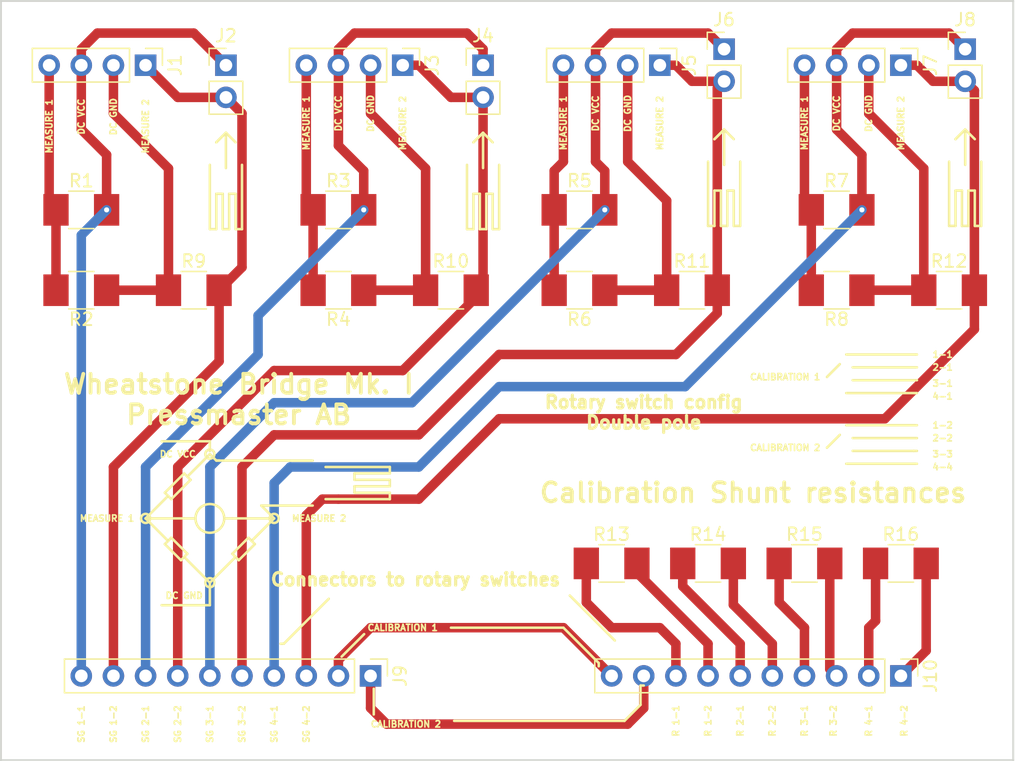
<source format=kicad_pcb>
(kicad_pcb (version 4) (host pcbnew 4.0.7)

  (general
    (links 50)
    (no_connects 0)
    (area 83.744999 88.824999 163.895001 148.975001)
    (thickness 1.6)
    (drawings 191)
    (tracks 156)
    (zones 0)
    (modules 26)
    (nets 27)
  )

  (page A4)
  (layers
    (0 F.Cu signal)
    (31 B.Cu signal)
    (32 B.Adhes user)
    (33 F.Adhes user)
    (34 B.Paste user)
    (35 F.Paste user)
    (36 B.SilkS user)
    (37 F.SilkS user)
    (38 B.Mask user)
    (39 F.Mask user)
    (40 Dwgs.User user)
    (41 Cmts.User user)
    (42 Eco1.User user)
    (43 Eco2.User user)
    (44 Edge.Cuts user)
    (45 Margin user)
    (46 B.CrtYd user)
    (47 F.CrtYd user)
    (48 B.Fab user)
    (49 F.Fab user)
  )

  (setup
    (last_trace_width 0.75)
    (trace_clearance 0.2)
    (zone_clearance 0.508)
    (zone_45_only no)
    (trace_min 0.2)
    (segment_width 0.2)
    (edge_width 0.15)
    (via_size 0.6)
    (via_drill 0.4)
    (via_min_size 0.4)
    (via_min_drill 0.3)
    (uvia_size 0.3)
    (uvia_drill 0.1)
    (uvias_allowed no)
    (uvia_min_size 0.2)
    (uvia_min_drill 0.1)
    (pcb_text_width 0.3)
    (pcb_text_size 1.5 1.5)
    (mod_edge_width 0.15)
    (mod_text_size 1 1)
    (mod_text_width 0.15)
    (pad_size 1.524 1.524)
    (pad_drill 0.762)
    (pad_to_mask_clearance 0.2)
    (aux_axis_origin 0 0)
    (visible_elements FFFFFF7F)
    (pcbplotparams
      (layerselection 0x00030_80000001)
      (usegerberextensions false)
      (excludeedgelayer true)
      (linewidth 0.100000)
      (plotframeref false)
      (viasonmask false)
      (mode 1)
      (useauxorigin false)
      (hpglpennumber 1)
      (hpglpenspeed 20)
      (hpglpendiameter 15)
      (hpglpenoverlay 2)
      (psnegative false)
      (psa4output false)
      (plotreference true)
      (plotvalue true)
      (plotinvisibletext false)
      (padsonsilk false)
      (subtractmaskfromsilk false)
      (outputformat 1)
      (mirror false)
      (drillshape 1)
      (scaleselection 1)
      (outputdirectory ""))
  )

  (net 0 "")
  (net 1 /GAUGE_1-2)
  (net 2 /MEAS_1-2)
  (net 3 /DC_1-VCC)
  (net 4 /DC_1-GND)
  (net 5 /GAUGE_2-2)
  (net 6 /MEAS_2-2)
  (net 7 /DC_2-VCC)
  (net 8 /DC_2-GND)
  (net 9 /GAUGE_3-2)
  (net 10 /MEAS_3-2)
  (net 11 /DC_3-VCC)
  (net 12 /DC_3-GND)
  (net 13 /GAUGE_4-2)
  (net 14 /MEAS_4-2)
  (net 15 /DC_4-VCC)
  (net 16 /DC_4-GND)
  (net 17 /R_CALIB_1-1)
  (net 18 /R_CALIB_1-2)
  (net 19 /R_CALIB_2-1)
  (net 20 /R_CALIB_2-2)
  (net 21 /R_CALIB_3-1)
  (net 22 /R_CALIB_3-2)
  (net 23 /R_CALIB_4-1)
  (net 24 /R_CALIB_4-2)
  (net 25 /R_CALIB_INPUT-1)
  (net 26 /R_CALIB_INPUT-2)

  (net_class Default "This is the default net class."
    (clearance 0.2)
    (trace_width 0.75)
    (via_dia 0.6)
    (via_drill 0.4)
    (uvia_dia 0.3)
    (uvia_drill 0.1)
    (add_net /DC_1-GND)
    (add_net /DC_1-VCC)
    (add_net /DC_2-GND)
    (add_net /DC_2-VCC)
    (add_net /DC_3-GND)
    (add_net /DC_3-VCC)
    (add_net /DC_4-GND)
    (add_net /DC_4-VCC)
    (add_net /GAUGE_1-2)
    (add_net /GAUGE_2-2)
    (add_net /GAUGE_3-2)
    (add_net /GAUGE_4-2)
    (add_net /MEAS_1-2)
    (add_net /MEAS_2-2)
    (add_net /MEAS_3-2)
    (add_net /MEAS_4-2)
    (add_net /R_CALIB_1-1)
    (add_net /R_CALIB_1-2)
    (add_net /R_CALIB_2-1)
    (add_net /R_CALIB_2-2)
    (add_net /R_CALIB_3-1)
    (add_net /R_CALIB_3-2)
    (add_net /R_CALIB_4-1)
    (add_net /R_CALIB_4-2)
    (add_net /R_CALIB_INPUT-1)
    (add_net /R_CALIB_INPUT-2)
  )

  (module Pin_Headers:Pin_Header_Straight_1x04_Pitch2.54mm (layer F.Cu) (tedit 59650532) (tstamp 5A4BE249)
    (at 95.25 93.98 270)
    (descr "Through hole straight pin header, 1x04, 2.54mm pitch, single row")
    (tags "Through hole pin header THT 1x04 2.54mm single row")
    (path /5A4BD0E8)
    (fp_text reference J1 (at 0 -2.33 270) (layer F.SilkS)
      (effects (font (size 1 1) (thickness 0.15)))
    )
    (fp_text value Conn_01x04 (at 0 9.95 270) (layer F.Fab)
      (effects (font (size 1 1) (thickness 0.15)))
    )
    (fp_line (start -0.635 -1.27) (end 1.27 -1.27) (layer F.Fab) (width 0.1))
    (fp_line (start 1.27 -1.27) (end 1.27 8.89) (layer F.Fab) (width 0.1))
    (fp_line (start 1.27 8.89) (end -1.27 8.89) (layer F.Fab) (width 0.1))
    (fp_line (start -1.27 8.89) (end -1.27 -0.635) (layer F.Fab) (width 0.1))
    (fp_line (start -1.27 -0.635) (end -0.635 -1.27) (layer F.Fab) (width 0.1))
    (fp_line (start -1.33 8.95) (end 1.33 8.95) (layer F.SilkS) (width 0.12))
    (fp_line (start -1.33 1.27) (end -1.33 8.95) (layer F.SilkS) (width 0.12))
    (fp_line (start 1.33 1.27) (end 1.33 8.95) (layer F.SilkS) (width 0.12))
    (fp_line (start -1.33 1.27) (end 1.33 1.27) (layer F.SilkS) (width 0.12))
    (fp_line (start -1.33 0) (end -1.33 -1.33) (layer F.SilkS) (width 0.12))
    (fp_line (start -1.33 -1.33) (end 0 -1.33) (layer F.SilkS) (width 0.12))
    (fp_line (start -1.8 -1.8) (end -1.8 9.4) (layer F.CrtYd) (width 0.05))
    (fp_line (start -1.8 9.4) (end 1.8 9.4) (layer F.CrtYd) (width 0.05))
    (fp_line (start 1.8 9.4) (end 1.8 -1.8) (layer F.CrtYd) (width 0.05))
    (fp_line (start 1.8 -1.8) (end -1.8 -1.8) (layer F.CrtYd) (width 0.05))
    (fp_text user %R (at 0 3.81 360) (layer F.Fab)
      (effects (font (size 1 1) (thickness 0.15)))
    )
    (pad 1 thru_hole rect (at 0 0 270) (size 1.7 1.7) (drill 1) (layers *.Cu *.Mask)
      (net 1 /GAUGE_1-2))
    (pad 2 thru_hole oval (at 0 2.54 270) (size 1.7 1.7) (drill 1) (layers *.Cu *.Mask)
      (net 4 /DC_1-GND))
    (pad 3 thru_hole oval (at 0 5.08 270) (size 1.7 1.7) (drill 1) (layers *.Cu *.Mask)
      (net 3 /DC_1-VCC))
    (pad 4 thru_hole oval (at 0 7.62 270) (size 1.7 1.7) (drill 1) (layers *.Cu *.Mask)
      (net 2 /MEAS_1-2))
    (model ${KISYS3DMOD}/Pin_Headers.3dshapes/Pin_Header_Straight_1x04_Pitch2.54mm.wrl
      (at (xyz 0 0 0))
      (scale (xyz 1 1 1))
      (rotate (xyz 0 0 0))
    )
  )

  (module Pin_Headers:Pin_Header_Straight_1x02_Pitch2.54mm (layer F.Cu) (tedit 59650532) (tstamp 5A4BE24F)
    (at 101.6 93.98)
    (descr "Through hole straight pin header, 1x02, 2.54mm pitch, single row")
    (tags "Through hole pin header THT 1x02 2.54mm single row")
    (path /5A4BD8BA)
    (fp_text reference J2 (at 0 -2.33) (layer F.SilkS)
      (effects (font (size 1 1) (thickness 0.15)))
    )
    (fp_text value Conn_01x02 (at 0 4.87) (layer F.Fab)
      (effects (font (size 1 1) (thickness 0.15)))
    )
    (fp_line (start -0.635 -1.27) (end 1.27 -1.27) (layer F.Fab) (width 0.1))
    (fp_line (start 1.27 -1.27) (end 1.27 3.81) (layer F.Fab) (width 0.1))
    (fp_line (start 1.27 3.81) (end -1.27 3.81) (layer F.Fab) (width 0.1))
    (fp_line (start -1.27 3.81) (end -1.27 -0.635) (layer F.Fab) (width 0.1))
    (fp_line (start -1.27 -0.635) (end -0.635 -1.27) (layer F.Fab) (width 0.1))
    (fp_line (start -1.33 3.87) (end 1.33 3.87) (layer F.SilkS) (width 0.12))
    (fp_line (start -1.33 1.27) (end -1.33 3.87) (layer F.SilkS) (width 0.12))
    (fp_line (start 1.33 1.27) (end 1.33 3.87) (layer F.SilkS) (width 0.12))
    (fp_line (start -1.33 1.27) (end 1.33 1.27) (layer F.SilkS) (width 0.12))
    (fp_line (start -1.33 0) (end -1.33 -1.33) (layer F.SilkS) (width 0.12))
    (fp_line (start -1.33 -1.33) (end 0 -1.33) (layer F.SilkS) (width 0.12))
    (fp_line (start -1.8 -1.8) (end -1.8 4.35) (layer F.CrtYd) (width 0.05))
    (fp_line (start -1.8 4.35) (end 1.8 4.35) (layer F.CrtYd) (width 0.05))
    (fp_line (start 1.8 4.35) (end 1.8 -1.8) (layer F.CrtYd) (width 0.05))
    (fp_line (start 1.8 -1.8) (end -1.8 -1.8) (layer F.CrtYd) (width 0.05))
    (fp_text user %R (at 0 1.27 90) (layer F.Fab)
      (effects (font (size 1 1) (thickness 0.15)))
    )
    (pad 1 thru_hole rect (at 0 0) (size 1.7 1.7) (drill 1) (layers *.Cu *.Mask)
      (net 3 /DC_1-VCC))
    (pad 2 thru_hole oval (at 0 2.54) (size 1.7 1.7) (drill 1) (layers *.Cu *.Mask)
      (net 1 /GAUGE_1-2))
    (model ${KISYS3DMOD}/Pin_Headers.3dshapes/Pin_Header_Straight_1x02_Pitch2.54mm.wrl
      (at (xyz 0 0 0))
      (scale (xyz 1 1 1))
      (rotate (xyz 0 0 0))
    )
  )

  (module Pin_Headers:Pin_Header_Straight_1x04_Pitch2.54mm (layer F.Cu) (tedit 59650532) (tstamp 5A4BE257)
    (at 115.57 93.98 270)
    (descr "Through hole straight pin header, 1x04, 2.54mm pitch, single row")
    (tags "Through hole pin header THT 1x04 2.54mm single row")
    (path /5A4BF657)
    (fp_text reference J3 (at 0 -2.33 270) (layer F.SilkS)
      (effects (font (size 1 1) (thickness 0.15)))
    )
    (fp_text value Conn_01x04 (at 0 9.95 270) (layer F.Fab)
      (effects (font (size 1 1) (thickness 0.15)))
    )
    (fp_line (start -0.635 -1.27) (end 1.27 -1.27) (layer F.Fab) (width 0.1))
    (fp_line (start 1.27 -1.27) (end 1.27 8.89) (layer F.Fab) (width 0.1))
    (fp_line (start 1.27 8.89) (end -1.27 8.89) (layer F.Fab) (width 0.1))
    (fp_line (start -1.27 8.89) (end -1.27 -0.635) (layer F.Fab) (width 0.1))
    (fp_line (start -1.27 -0.635) (end -0.635 -1.27) (layer F.Fab) (width 0.1))
    (fp_line (start -1.33 8.95) (end 1.33 8.95) (layer F.SilkS) (width 0.12))
    (fp_line (start -1.33 1.27) (end -1.33 8.95) (layer F.SilkS) (width 0.12))
    (fp_line (start 1.33 1.27) (end 1.33 8.95) (layer F.SilkS) (width 0.12))
    (fp_line (start -1.33 1.27) (end 1.33 1.27) (layer F.SilkS) (width 0.12))
    (fp_line (start -1.33 0) (end -1.33 -1.33) (layer F.SilkS) (width 0.12))
    (fp_line (start -1.33 -1.33) (end 0 -1.33) (layer F.SilkS) (width 0.12))
    (fp_line (start -1.8 -1.8) (end -1.8 9.4) (layer F.CrtYd) (width 0.05))
    (fp_line (start -1.8 9.4) (end 1.8 9.4) (layer F.CrtYd) (width 0.05))
    (fp_line (start 1.8 9.4) (end 1.8 -1.8) (layer F.CrtYd) (width 0.05))
    (fp_line (start 1.8 -1.8) (end -1.8 -1.8) (layer F.CrtYd) (width 0.05))
    (fp_text user %R (at 0 3.81 360) (layer F.Fab)
      (effects (font (size 1 1) (thickness 0.15)))
    )
    (pad 1 thru_hole rect (at 0 0 270) (size 1.7 1.7) (drill 1) (layers *.Cu *.Mask)
      (net 5 /GAUGE_2-2))
    (pad 2 thru_hole oval (at 0 2.54 270) (size 1.7 1.7) (drill 1) (layers *.Cu *.Mask)
      (net 8 /DC_2-GND))
    (pad 3 thru_hole oval (at 0 5.08 270) (size 1.7 1.7) (drill 1) (layers *.Cu *.Mask)
      (net 7 /DC_2-VCC))
    (pad 4 thru_hole oval (at 0 7.62 270) (size 1.7 1.7) (drill 1) (layers *.Cu *.Mask)
      (net 6 /MEAS_2-2))
    (model ${KISYS3DMOD}/Pin_Headers.3dshapes/Pin_Header_Straight_1x04_Pitch2.54mm.wrl
      (at (xyz 0 0 0))
      (scale (xyz 1 1 1))
      (rotate (xyz 0 0 0))
    )
  )

  (module Pin_Headers:Pin_Header_Straight_1x02_Pitch2.54mm (layer F.Cu) (tedit 59650532) (tstamp 5A4BE25D)
    (at 121.92 93.98)
    (descr "Through hole straight pin header, 1x02, 2.54mm pitch, single row")
    (tags "Through hole pin header THT 1x02 2.54mm single row")
    (path /5A4BF669)
    (fp_text reference J4 (at 0 -2.33) (layer F.SilkS)
      (effects (font (size 1 1) (thickness 0.15)))
    )
    (fp_text value Conn_01x02 (at 0 4.87) (layer F.Fab)
      (effects (font (size 1 1) (thickness 0.15)))
    )
    (fp_line (start -0.635 -1.27) (end 1.27 -1.27) (layer F.Fab) (width 0.1))
    (fp_line (start 1.27 -1.27) (end 1.27 3.81) (layer F.Fab) (width 0.1))
    (fp_line (start 1.27 3.81) (end -1.27 3.81) (layer F.Fab) (width 0.1))
    (fp_line (start -1.27 3.81) (end -1.27 -0.635) (layer F.Fab) (width 0.1))
    (fp_line (start -1.27 -0.635) (end -0.635 -1.27) (layer F.Fab) (width 0.1))
    (fp_line (start -1.33 3.87) (end 1.33 3.87) (layer F.SilkS) (width 0.12))
    (fp_line (start -1.33 1.27) (end -1.33 3.87) (layer F.SilkS) (width 0.12))
    (fp_line (start 1.33 1.27) (end 1.33 3.87) (layer F.SilkS) (width 0.12))
    (fp_line (start -1.33 1.27) (end 1.33 1.27) (layer F.SilkS) (width 0.12))
    (fp_line (start -1.33 0) (end -1.33 -1.33) (layer F.SilkS) (width 0.12))
    (fp_line (start -1.33 -1.33) (end 0 -1.33) (layer F.SilkS) (width 0.12))
    (fp_line (start -1.8 -1.8) (end -1.8 4.35) (layer F.CrtYd) (width 0.05))
    (fp_line (start -1.8 4.35) (end 1.8 4.35) (layer F.CrtYd) (width 0.05))
    (fp_line (start 1.8 4.35) (end 1.8 -1.8) (layer F.CrtYd) (width 0.05))
    (fp_line (start 1.8 -1.8) (end -1.8 -1.8) (layer F.CrtYd) (width 0.05))
    (fp_text user %R (at 0 1.27 90) (layer F.Fab)
      (effects (font (size 1 1) (thickness 0.15)))
    )
    (pad 1 thru_hole rect (at 0 0) (size 1.7 1.7) (drill 1) (layers *.Cu *.Mask)
      (net 7 /DC_2-VCC))
    (pad 2 thru_hole oval (at 0 2.54) (size 1.7 1.7) (drill 1) (layers *.Cu *.Mask)
      (net 5 /GAUGE_2-2))
    (model ${KISYS3DMOD}/Pin_Headers.3dshapes/Pin_Header_Straight_1x02_Pitch2.54mm.wrl
      (at (xyz 0 0 0))
      (scale (xyz 1 1 1))
      (rotate (xyz 0 0 0))
    )
  )

  (module Pin_Headers:Pin_Header_Straight_1x04_Pitch2.54mm (layer F.Cu) (tedit 59650532) (tstamp 5A4BE265)
    (at 135.89 93.98 270)
    (descr "Through hole straight pin header, 1x04, 2.54mm pitch, single row")
    (tags "Through hole pin header THT 1x04 2.54mm single row")
    (path /5A4C000A)
    (fp_text reference J5 (at 0 -2.33 270) (layer F.SilkS)
      (effects (font (size 1 1) (thickness 0.15)))
    )
    (fp_text value Conn_01x04 (at 0 9.95 270) (layer F.Fab)
      (effects (font (size 1 1) (thickness 0.15)))
    )
    (fp_line (start -0.635 -1.27) (end 1.27 -1.27) (layer F.Fab) (width 0.1))
    (fp_line (start 1.27 -1.27) (end 1.27 8.89) (layer F.Fab) (width 0.1))
    (fp_line (start 1.27 8.89) (end -1.27 8.89) (layer F.Fab) (width 0.1))
    (fp_line (start -1.27 8.89) (end -1.27 -0.635) (layer F.Fab) (width 0.1))
    (fp_line (start -1.27 -0.635) (end -0.635 -1.27) (layer F.Fab) (width 0.1))
    (fp_line (start -1.33 8.95) (end 1.33 8.95) (layer F.SilkS) (width 0.12))
    (fp_line (start -1.33 1.27) (end -1.33 8.95) (layer F.SilkS) (width 0.12))
    (fp_line (start 1.33 1.27) (end 1.33 8.95) (layer F.SilkS) (width 0.12))
    (fp_line (start -1.33 1.27) (end 1.33 1.27) (layer F.SilkS) (width 0.12))
    (fp_line (start -1.33 0) (end -1.33 -1.33) (layer F.SilkS) (width 0.12))
    (fp_line (start -1.33 -1.33) (end 0 -1.33) (layer F.SilkS) (width 0.12))
    (fp_line (start -1.8 -1.8) (end -1.8 9.4) (layer F.CrtYd) (width 0.05))
    (fp_line (start -1.8 9.4) (end 1.8 9.4) (layer F.CrtYd) (width 0.05))
    (fp_line (start 1.8 9.4) (end 1.8 -1.8) (layer F.CrtYd) (width 0.05))
    (fp_line (start 1.8 -1.8) (end -1.8 -1.8) (layer F.CrtYd) (width 0.05))
    (fp_text user %R (at 0 3.81 360) (layer F.Fab)
      (effects (font (size 1 1) (thickness 0.15)))
    )
    (pad 1 thru_hole rect (at 0 0 270) (size 1.7 1.7) (drill 1) (layers *.Cu *.Mask)
      (net 9 /GAUGE_3-2))
    (pad 2 thru_hole oval (at 0 2.54 270) (size 1.7 1.7) (drill 1) (layers *.Cu *.Mask)
      (net 12 /DC_3-GND))
    (pad 3 thru_hole oval (at 0 5.08 270) (size 1.7 1.7) (drill 1) (layers *.Cu *.Mask)
      (net 11 /DC_3-VCC))
    (pad 4 thru_hole oval (at 0 7.62 270) (size 1.7 1.7) (drill 1) (layers *.Cu *.Mask)
      (net 10 /MEAS_3-2))
    (model ${KISYS3DMOD}/Pin_Headers.3dshapes/Pin_Header_Straight_1x04_Pitch2.54mm.wrl
      (at (xyz 0 0 0))
      (scale (xyz 1 1 1))
      (rotate (xyz 0 0 0))
    )
  )

  (module Pin_Headers:Pin_Header_Straight_1x02_Pitch2.54mm (layer F.Cu) (tedit 59650532) (tstamp 5A4BE26B)
    (at 140.97 92.71)
    (descr "Through hole straight pin header, 1x02, 2.54mm pitch, single row")
    (tags "Through hole pin header THT 1x02 2.54mm single row")
    (path /5A4C001C)
    (fp_text reference J6 (at 0 -2.33) (layer F.SilkS)
      (effects (font (size 1 1) (thickness 0.15)))
    )
    (fp_text value Conn_01x02 (at 0 4.87) (layer F.Fab)
      (effects (font (size 1 1) (thickness 0.15)))
    )
    (fp_line (start -0.635 -1.27) (end 1.27 -1.27) (layer F.Fab) (width 0.1))
    (fp_line (start 1.27 -1.27) (end 1.27 3.81) (layer F.Fab) (width 0.1))
    (fp_line (start 1.27 3.81) (end -1.27 3.81) (layer F.Fab) (width 0.1))
    (fp_line (start -1.27 3.81) (end -1.27 -0.635) (layer F.Fab) (width 0.1))
    (fp_line (start -1.27 -0.635) (end -0.635 -1.27) (layer F.Fab) (width 0.1))
    (fp_line (start -1.33 3.87) (end 1.33 3.87) (layer F.SilkS) (width 0.12))
    (fp_line (start -1.33 1.27) (end -1.33 3.87) (layer F.SilkS) (width 0.12))
    (fp_line (start 1.33 1.27) (end 1.33 3.87) (layer F.SilkS) (width 0.12))
    (fp_line (start -1.33 1.27) (end 1.33 1.27) (layer F.SilkS) (width 0.12))
    (fp_line (start -1.33 0) (end -1.33 -1.33) (layer F.SilkS) (width 0.12))
    (fp_line (start -1.33 -1.33) (end 0 -1.33) (layer F.SilkS) (width 0.12))
    (fp_line (start -1.8 -1.8) (end -1.8 4.35) (layer F.CrtYd) (width 0.05))
    (fp_line (start -1.8 4.35) (end 1.8 4.35) (layer F.CrtYd) (width 0.05))
    (fp_line (start 1.8 4.35) (end 1.8 -1.8) (layer F.CrtYd) (width 0.05))
    (fp_line (start 1.8 -1.8) (end -1.8 -1.8) (layer F.CrtYd) (width 0.05))
    (fp_text user %R (at 0 1.27 90) (layer F.Fab)
      (effects (font (size 1 1) (thickness 0.15)))
    )
    (pad 1 thru_hole rect (at 0 0) (size 1.7 1.7) (drill 1) (layers *.Cu *.Mask)
      (net 11 /DC_3-VCC))
    (pad 2 thru_hole oval (at 0 2.54) (size 1.7 1.7) (drill 1) (layers *.Cu *.Mask)
      (net 9 /GAUGE_3-2))
    (model ${KISYS3DMOD}/Pin_Headers.3dshapes/Pin_Header_Straight_1x02_Pitch2.54mm.wrl
      (at (xyz 0 0 0))
      (scale (xyz 1 1 1))
      (rotate (xyz 0 0 0))
    )
  )

  (module Pin_Headers:Pin_Header_Straight_1x04_Pitch2.54mm (layer F.Cu) (tedit 59650532) (tstamp 5A4BE273)
    (at 154.94 93.98 270)
    (descr "Through hole straight pin header, 1x04, 2.54mm pitch, single row")
    (tags "Through hole pin header THT 1x04 2.54mm single row")
    (path /5A4C004D)
    (fp_text reference J7 (at 0 -2.33 270) (layer F.SilkS)
      (effects (font (size 1 1) (thickness 0.15)))
    )
    (fp_text value Conn_01x04 (at 0 9.95 270) (layer F.Fab)
      (effects (font (size 1 1) (thickness 0.15)))
    )
    (fp_line (start -0.635 -1.27) (end 1.27 -1.27) (layer F.Fab) (width 0.1))
    (fp_line (start 1.27 -1.27) (end 1.27 8.89) (layer F.Fab) (width 0.1))
    (fp_line (start 1.27 8.89) (end -1.27 8.89) (layer F.Fab) (width 0.1))
    (fp_line (start -1.27 8.89) (end -1.27 -0.635) (layer F.Fab) (width 0.1))
    (fp_line (start -1.27 -0.635) (end -0.635 -1.27) (layer F.Fab) (width 0.1))
    (fp_line (start -1.33 8.95) (end 1.33 8.95) (layer F.SilkS) (width 0.12))
    (fp_line (start -1.33 1.27) (end -1.33 8.95) (layer F.SilkS) (width 0.12))
    (fp_line (start 1.33 1.27) (end 1.33 8.95) (layer F.SilkS) (width 0.12))
    (fp_line (start -1.33 1.27) (end 1.33 1.27) (layer F.SilkS) (width 0.12))
    (fp_line (start -1.33 0) (end -1.33 -1.33) (layer F.SilkS) (width 0.12))
    (fp_line (start -1.33 -1.33) (end 0 -1.33) (layer F.SilkS) (width 0.12))
    (fp_line (start -1.8 -1.8) (end -1.8 9.4) (layer F.CrtYd) (width 0.05))
    (fp_line (start -1.8 9.4) (end 1.8 9.4) (layer F.CrtYd) (width 0.05))
    (fp_line (start 1.8 9.4) (end 1.8 -1.8) (layer F.CrtYd) (width 0.05))
    (fp_line (start 1.8 -1.8) (end -1.8 -1.8) (layer F.CrtYd) (width 0.05))
    (fp_text user %R (at 0 3.81 360) (layer F.Fab)
      (effects (font (size 1 1) (thickness 0.15)))
    )
    (pad 1 thru_hole rect (at 0 0 270) (size 1.7 1.7) (drill 1) (layers *.Cu *.Mask)
      (net 13 /GAUGE_4-2))
    (pad 2 thru_hole oval (at 0 2.54 270) (size 1.7 1.7) (drill 1) (layers *.Cu *.Mask)
      (net 16 /DC_4-GND))
    (pad 3 thru_hole oval (at 0 5.08 270) (size 1.7 1.7) (drill 1) (layers *.Cu *.Mask)
      (net 15 /DC_4-VCC))
    (pad 4 thru_hole oval (at 0 7.62 270) (size 1.7 1.7) (drill 1) (layers *.Cu *.Mask)
      (net 14 /MEAS_4-2))
    (model ${KISYS3DMOD}/Pin_Headers.3dshapes/Pin_Header_Straight_1x04_Pitch2.54mm.wrl
      (at (xyz 0 0 0))
      (scale (xyz 1 1 1))
      (rotate (xyz 0 0 0))
    )
  )

  (module Pin_Headers:Pin_Header_Straight_1x02_Pitch2.54mm (layer F.Cu) (tedit 59650532) (tstamp 5A4BE279)
    (at 160.02 92.71)
    (descr "Through hole straight pin header, 1x02, 2.54mm pitch, single row")
    (tags "Through hole pin header THT 1x02 2.54mm single row")
    (path /5A4C005F)
    (fp_text reference J8 (at 0 -2.33) (layer F.SilkS)
      (effects (font (size 1 1) (thickness 0.15)))
    )
    (fp_text value Conn_01x02 (at 0 4.87) (layer F.Fab)
      (effects (font (size 1 1) (thickness 0.15)))
    )
    (fp_line (start -0.635 -1.27) (end 1.27 -1.27) (layer F.Fab) (width 0.1))
    (fp_line (start 1.27 -1.27) (end 1.27 3.81) (layer F.Fab) (width 0.1))
    (fp_line (start 1.27 3.81) (end -1.27 3.81) (layer F.Fab) (width 0.1))
    (fp_line (start -1.27 3.81) (end -1.27 -0.635) (layer F.Fab) (width 0.1))
    (fp_line (start -1.27 -0.635) (end -0.635 -1.27) (layer F.Fab) (width 0.1))
    (fp_line (start -1.33 3.87) (end 1.33 3.87) (layer F.SilkS) (width 0.12))
    (fp_line (start -1.33 1.27) (end -1.33 3.87) (layer F.SilkS) (width 0.12))
    (fp_line (start 1.33 1.27) (end 1.33 3.87) (layer F.SilkS) (width 0.12))
    (fp_line (start -1.33 1.27) (end 1.33 1.27) (layer F.SilkS) (width 0.12))
    (fp_line (start -1.33 0) (end -1.33 -1.33) (layer F.SilkS) (width 0.12))
    (fp_line (start -1.33 -1.33) (end 0 -1.33) (layer F.SilkS) (width 0.12))
    (fp_line (start -1.8 -1.8) (end -1.8 4.35) (layer F.CrtYd) (width 0.05))
    (fp_line (start -1.8 4.35) (end 1.8 4.35) (layer F.CrtYd) (width 0.05))
    (fp_line (start 1.8 4.35) (end 1.8 -1.8) (layer F.CrtYd) (width 0.05))
    (fp_line (start 1.8 -1.8) (end -1.8 -1.8) (layer F.CrtYd) (width 0.05))
    (fp_text user %R (at 0 1.27 90) (layer F.Fab)
      (effects (font (size 1 1) (thickness 0.15)))
    )
    (pad 1 thru_hole rect (at 0 0) (size 1.7 1.7) (drill 1) (layers *.Cu *.Mask)
      (net 15 /DC_4-VCC))
    (pad 2 thru_hole oval (at 0 2.54) (size 1.7 1.7) (drill 1) (layers *.Cu *.Mask)
      (net 13 /GAUGE_4-2))
    (model ${KISYS3DMOD}/Pin_Headers.3dshapes/Pin_Header_Straight_1x02_Pitch2.54mm.wrl
      (at (xyz 0 0 0))
      (scale (xyz 1 1 1))
      (rotate (xyz 0 0 0))
    )
  )

  (module Resistors_SMD:R_1210_HandSoldering (layer F.Cu) (tedit 58E0A804) (tstamp 5A4BE27F)
    (at 90.17 105.41)
    (descr "Resistor SMD 1210, hand soldering")
    (tags "resistor 1210")
    (path /5A4BD0B3)
    (attr smd)
    (fp_text reference R1 (at 0 -2.3) (layer F.SilkS)
      (effects (font (size 1 1) (thickness 0.15)))
    )
    (fp_text value 120 (at 0 2.4) (layer F.Fab)
      (effects (font (size 1 1) (thickness 0.15)))
    )
    (fp_text user %R (at 0 0) (layer F.Fab)
      (effects (font (size 0.7 0.7) (thickness 0.105)))
    )
    (fp_line (start -1.6 1.25) (end -1.6 -1.25) (layer F.Fab) (width 0.1))
    (fp_line (start 1.6 1.25) (end -1.6 1.25) (layer F.Fab) (width 0.1))
    (fp_line (start 1.6 -1.25) (end 1.6 1.25) (layer F.Fab) (width 0.1))
    (fp_line (start -1.6 -1.25) (end 1.6 -1.25) (layer F.Fab) (width 0.1))
    (fp_line (start 1 1.48) (end -1 1.48) (layer F.SilkS) (width 0.12))
    (fp_line (start -1 -1.48) (end 1 -1.48) (layer F.SilkS) (width 0.12))
    (fp_line (start -3.25 -1.5) (end 3.25 -1.5) (layer F.CrtYd) (width 0.05))
    (fp_line (start -3.25 -1.5) (end -3.25 1.5) (layer F.CrtYd) (width 0.05))
    (fp_line (start 3.25 1.5) (end 3.25 -1.5) (layer F.CrtYd) (width 0.05))
    (fp_line (start 3.25 1.5) (end -3.25 1.5) (layer F.CrtYd) (width 0.05))
    (pad 1 smd rect (at -2 0) (size 2 2.5) (layers F.Cu F.Paste F.Mask)
      (net 2 /MEAS_1-2))
    (pad 2 smd rect (at 2 0) (size 2 2.5) (layers F.Cu F.Paste F.Mask)
      (net 3 /DC_1-VCC))
    (model ${KISYS3DMOD}/Resistors_SMD.3dshapes/R_1210.wrl
      (at (xyz 0 0 0))
      (scale (xyz 1 1 1))
      (rotate (xyz 0 0 0))
    )
  )

  (module Resistors_SMD:R_1210_HandSoldering (layer F.Cu) (tedit 58E0A804) (tstamp 5A4BE285)
    (at 90.17 111.76 180)
    (descr "Resistor SMD 1210, hand soldering")
    (tags "resistor 1210")
    (path /5A4BBC05)
    (attr smd)
    (fp_text reference R2 (at 0 -2.3 180) (layer F.SilkS)
      (effects (font (size 1 1) (thickness 0.15)))
    )
    (fp_text value 120 (at 0 2.4 180) (layer F.Fab)
      (effects (font (size 1 1) (thickness 0.15)))
    )
    (fp_text user %R (at 0 0 180) (layer F.Fab)
      (effects (font (size 0.7 0.7) (thickness 0.105)))
    )
    (fp_line (start -1.6 1.25) (end -1.6 -1.25) (layer F.Fab) (width 0.1))
    (fp_line (start 1.6 1.25) (end -1.6 1.25) (layer F.Fab) (width 0.1))
    (fp_line (start 1.6 -1.25) (end 1.6 1.25) (layer F.Fab) (width 0.1))
    (fp_line (start -1.6 -1.25) (end 1.6 -1.25) (layer F.Fab) (width 0.1))
    (fp_line (start 1 1.48) (end -1 1.48) (layer F.SilkS) (width 0.12))
    (fp_line (start -1 -1.48) (end 1 -1.48) (layer F.SilkS) (width 0.12))
    (fp_line (start -3.25 -1.5) (end 3.25 -1.5) (layer F.CrtYd) (width 0.05))
    (fp_line (start -3.25 -1.5) (end -3.25 1.5) (layer F.CrtYd) (width 0.05))
    (fp_line (start 3.25 1.5) (end 3.25 -1.5) (layer F.CrtYd) (width 0.05))
    (fp_line (start 3.25 1.5) (end -3.25 1.5) (layer F.CrtYd) (width 0.05))
    (pad 1 smd rect (at -2 0 180) (size 2 2.5) (layers F.Cu F.Paste F.Mask)
      (net 4 /DC_1-GND))
    (pad 2 smd rect (at 2 0 180) (size 2 2.5) (layers F.Cu F.Paste F.Mask)
      (net 2 /MEAS_1-2))
    (model ${KISYS3DMOD}/Resistors_SMD.3dshapes/R_1210.wrl
      (at (xyz 0 0 0))
      (scale (xyz 1 1 1))
      (rotate (xyz 0 0 0))
    )
  )

  (module Resistors_SMD:R_1210_HandSoldering (layer F.Cu) (tedit 58E0A804) (tstamp 5A4BE28B)
    (at 110.49 105.41)
    (descr "Resistor SMD 1210, hand soldering")
    (tags "resistor 1210")
    (path /5A4BF63A)
    (attr smd)
    (fp_text reference R3 (at 0 -2.3) (layer F.SilkS)
      (effects (font (size 1 1) (thickness 0.15)))
    )
    (fp_text value 120 (at 0 2.4) (layer F.Fab)
      (effects (font (size 1 1) (thickness 0.15)))
    )
    (fp_text user %R (at 0 0) (layer F.Fab)
      (effects (font (size 0.7 0.7) (thickness 0.105)))
    )
    (fp_line (start -1.6 1.25) (end -1.6 -1.25) (layer F.Fab) (width 0.1))
    (fp_line (start 1.6 1.25) (end -1.6 1.25) (layer F.Fab) (width 0.1))
    (fp_line (start 1.6 -1.25) (end 1.6 1.25) (layer F.Fab) (width 0.1))
    (fp_line (start -1.6 -1.25) (end 1.6 -1.25) (layer F.Fab) (width 0.1))
    (fp_line (start 1 1.48) (end -1 1.48) (layer F.SilkS) (width 0.12))
    (fp_line (start -1 -1.48) (end 1 -1.48) (layer F.SilkS) (width 0.12))
    (fp_line (start -3.25 -1.5) (end 3.25 -1.5) (layer F.CrtYd) (width 0.05))
    (fp_line (start -3.25 -1.5) (end -3.25 1.5) (layer F.CrtYd) (width 0.05))
    (fp_line (start 3.25 1.5) (end 3.25 -1.5) (layer F.CrtYd) (width 0.05))
    (fp_line (start 3.25 1.5) (end -3.25 1.5) (layer F.CrtYd) (width 0.05))
    (pad 1 smd rect (at -2 0) (size 2 2.5) (layers F.Cu F.Paste F.Mask)
      (net 6 /MEAS_2-2))
    (pad 2 smd rect (at 2 0) (size 2 2.5) (layers F.Cu F.Paste F.Mask)
      (net 7 /DC_2-VCC))
    (model ${KISYS3DMOD}/Resistors_SMD.3dshapes/R_1210.wrl
      (at (xyz 0 0 0))
      (scale (xyz 1 1 1))
      (rotate (xyz 0 0 0))
    )
  )

  (module Resistors_SMD:R_1210_HandSoldering (layer F.Cu) (tedit 58E0A804) (tstamp 5A4BE291)
    (at 110.49 111.76 180)
    (descr "Resistor SMD 1210, hand soldering")
    (tags "resistor 1210")
    (path /5A4BF62E)
    (attr smd)
    (fp_text reference R4 (at 0 -2.3 180) (layer F.SilkS)
      (effects (font (size 1 1) (thickness 0.15)))
    )
    (fp_text value 120 (at 0 2.4 180) (layer F.Fab)
      (effects (font (size 1 1) (thickness 0.15)))
    )
    (fp_text user %R (at 0 0 180) (layer F.Fab)
      (effects (font (size 0.7 0.7) (thickness 0.105)))
    )
    (fp_line (start -1.6 1.25) (end -1.6 -1.25) (layer F.Fab) (width 0.1))
    (fp_line (start 1.6 1.25) (end -1.6 1.25) (layer F.Fab) (width 0.1))
    (fp_line (start 1.6 -1.25) (end 1.6 1.25) (layer F.Fab) (width 0.1))
    (fp_line (start -1.6 -1.25) (end 1.6 -1.25) (layer F.Fab) (width 0.1))
    (fp_line (start 1 1.48) (end -1 1.48) (layer F.SilkS) (width 0.12))
    (fp_line (start -1 -1.48) (end 1 -1.48) (layer F.SilkS) (width 0.12))
    (fp_line (start -3.25 -1.5) (end 3.25 -1.5) (layer F.CrtYd) (width 0.05))
    (fp_line (start -3.25 -1.5) (end -3.25 1.5) (layer F.CrtYd) (width 0.05))
    (fp_line (start 3.25 1.5) (end 3.25 -1.5) (layer F.CrtYd) (width 0.05))
    (fp_line (start 3.25 1.5) (end -3.25 1.5) (layer F.CrtYd) (width 0.05))
    (pad 1 smd rect (at -2 0 180) (size 2 2.5) (layers F.Cu F.Paste F.Mask)
      (net 8 /DC_2-GND))
    (pad 2 smd rect (at 2 0 180) (size 2 2.5) (layers F.Cu F.Paste F.Mask)
      (net 6 /MEAS_2-2))
    (model ${KISYS3DMOD}/Resistors_SMD.3dshapes/R_1210.wrl
      (at (xyz 0 0 0))
      (scale (xyz 1 1 1))
      (rotate (xyz 0 0 0))
    )
  )

  (module Resistors_SMD:R_1210_HandSoldering (layer F.Cu) (tedit 58E0A804) (tstamp 5A4BE297)
    (at 129.54 105.41)
    (descr "Resistor SMD 1210, hand soldering")
    (tags "resistor 1210")
    (path /5A4BFFED)
    (attr smd)
    (fp_text reference R5 (at 0 -2.3) (layer F.SilkS)
      (effects (font (size 1 1) (thickness 0.15)))
    )
    (fp_text value 120 (at 0 2.4) (layer F.Fab)
      (effects (font (size 1 1) (thickness 0.15)))
    )
    (fp_text user %R (at 0 0) (layer F.Fab)
      (effects (font (size 0.7 0.7) (thickness 0.105)))
    )
    (fp_line (start -1.6 1.25) (end -1.6 -1.25) (layer F.Fab) (width 0.1))
    (fp_line (start 1.6 1.25) (end -1.6 1.25) (layer F.Fab) (width 0.1))
    (fp_line (start 1.6 -1.25) (end 1.6 1.25) (layer F.Fab) (width 0.1))
    (fp_line (start -1.6 -1.25) (end 1.6 -1.25) (layer F.Fab) (width 0.1))
    (fp_line (start 1 1.48) (end -1 1.48) (layer F.SilkS) (width 0.12))
    (fp_line (start -1 -1.48) (end 1 -1.48) (layer F.SilkS) (width 0.12))
    (fp_line (start -3.25 -1.5) (end 3.25 -1.5) (layer F.CrtYd) (width 0.05))
    (fp_line (start -3.25 -1.5) (end -3.25 1.5) (layer F.CrtYd) (width 0.05))
    (fp_line (start 3.25 1.5) (end 3.25 -1.5) (layer F.CrtYd) (width 0.05))
    (fp_line (start 3.25 1.5) (end -3.25 1.5) (layer F.CrtYd) (width 0.05))
    (pad 1 smd rect (at -2 0) (size 2 2.5) (layers F.Cu F.Paste F.Mask)
      (net 10 /MEAS_3-2))
    (pad 2 smd rect (at 2 0) (size 2 2.5) (layers F.Cu F.Paste F.Mask)
      (net 11 /DC_3-VCC))
    (model ${KISYS3DMOD}/Resistors_SMD.3dshapes/R_1210.wrl
      (at (xyz 0 0 0))
      (scale (xyz 1 1 1))
      (rotate (xyz 0 0 0))
    )
  )

  (module Resistors_SMD:R_1210_HandSoldering (layer F.Cu) (tedit 58E0A804) (tstamp 5A4BE29D)
    (at 129.54 111.76 180)
    (descr "Resistor SMD 1210, hand soldering")
    (tags "resistor 1210")
    (path /5A4BFFE1)
    (attr smd)
    (fp_text reference R6 (at 0 -2.3 180) (layer F.SilkS)
      (effects (font (size 1 1) (thickness 0.15)))
    )
    (fp_text value 120 (at 0 2.4 180) (layer F.Fab)
      (effects (font (size 1 1) (thickness 0.15)))
    )
    (fp_text user %R (at 0 0 180) (layer F.Fab)
      (effects (font (size 0.7 0.7) (thickness 0.105)))
    )
    (fp_line (start -1.6 1.25) (end -1.6 -1.25) (layer F.Fab) (width 0.1))
    (fp_line (start 1.6 1.25) (end -1.6 1.25) (layer F.Fab) (width 0.1))
    (fp_line (start 1.6 -1.25) (end 1.6 1.25) (layer F.Fab) (width 0.1))
    (fp_line (start -1.6 -1.25) (end 1.6 -1.25) (layer F.Fab) (width 0.1))
    (fp_line (start 1 1.48) (end -1 1.48) (layer F.SilkS) (width 0.12))
    (fp_line (start -1 -1.48) (end 1 -1.48) (layer F.SilkS) (width 0.12))
    (fp_line (start -3.25 -1.5) (end 3.25 -1.5) (layer F.CrtYd) (width 0.05))
    (fp_line (start -3.25 -1.5) (end -3.25 1.5) (layer F.CrtYd) (width 0.05))
    (fp_line (start 3.25 1.5) (end 3.25 -1.5) (layer F.CrtYd) (width 0.05))
    (fp_line (start 3.25 1.5) (end -3.25 1.5) (layer F.CrtYd) (width 0.05))
    (pad 1 smd rect (at -2 0 180) (size 2 2.5) (layers F.Cu F.Paste F.Mask)
      (net 12 /DC_3-GND))
    (pad 2 smd rect (at 2 0 180) (size 2 2.5) (layers F.Cu F.Paste F.Mask)
      (net 10 /MEAS_3-2))
    (model ${KISYS3DMOD}/Resistors_SMD.3dshapes/R_1210.wrl
      (at (xyz 0 0 0))
      (scale (xyz 1 1 1))
      (rotate (xyz 0 0 0))
    )
  )

  (module Resistors_SMD:R_1210_HandSoldering (layer F.Cu) (tedit 58E0A804) (tstamp 5A4BE2A3)
    (at 149.86 105.41)
    (descr "Resistor SMD 1210, hand soldering")
    (tags "resistor 1210")
    (path /5A4C0030)
    (attr smd)
    (fp_text reference R7 (at 0 -2.3) (layer F.SilkS)
      (effects (font (size 1 1) (thickness 0.15)))
    )
    (fp_text value 120 (at 0 2.4) (layer F.Fab)
      (effects (font (size 1 1) (thickness 0.15)))
    )
    (fp_text user %R (at 0 0) (layer F.Fab)
      (effects (font (size 0.7 0.7) (thickness 0.105)))
    )
    (fp_line (start -1.6 1.25) (end -1.6 -1.25) (layer F.Fab) (width 0.1))
    (fp_line (start 1.6 1.25) (end -1.6 1.25) (layer F.Fab) (width 0.1))
    (fp_line (start 1.6 -1.25) (end 1.6 1.25) (layer F.Fab) (width 0.1))
    (fp_line (start -1.6 -1.25) (end 1.6 -1.25) (layer F.Fab) (width 0.1))
    (fp_line (start 1 1.48) (end -1 1.48) (layer F.SilkS) (width 0.12))
    (fp_line (start -1 -1.48) (end 1 -1.48) (layer F.SilkS) (width 0.12))
    (fp_line (start -3.25 -1.5) (end 3.25 -1.5) (layer F.CrtYd) (width 0.05))
    (fp_line (start -3.25 -1.5) (end -3.25 1.5) (layer F.CrtYd) (width 0.05))
    (fp_line (start 3.25 1.5) (end 3.25 -1.5) (layer F.CrtYd) (width 0.05))
    (fp_line (start 3.25 1.5) (end -3.25 1.5) (layer F.CrtYd) (width 0.05))
    (pad 1 smd rect (at -2 0) (size 2 2.5) (layers F.Cu F.Paste F.Mask)
      (net 14 /MEAS_4-2))
    (pad 2 smd rect (at 2 0) (size 2 2.5) (layers F.Cu F.Paste F.Mask)
      (net 15 /DC_4-VCC))
    (model ${KISYS3DMOD}/Resistors_SMD.3dshapes/R_1210.wrl
      (at (xyz 0 0 0))
      (scale (xyz 1 1 1))
      (rotate (xyz 0 0 0))
    )
  )

  (module Resistors_SMD:R_1210_HandSoldering (layer F.Cu) (tedit 58E0A804) (tstamp 5A4BE2A9)
    (at 149.86 111.76 180)
    (descr "Resistor SMD 1210, hand soldering")
    (tags "resistor 1210")
    (path /5A4C0024)
    (attr smd)
    (fp_text reference R8 (at 0 -2.3 180) (layer F.SilkS)
      (effects (font (size 1 1) (thickness 0.15)))
    )
    (fp_text value 120 (at 0 2.4 180) (layer F.Fab)
      (effects (font (size 1 1) (thickness 0.15)))
    )
    (fp_text user %R (at 0 0 180) (layer F.Fab)
      (effects (font (size 0.7 0.7) (thickness 0.105)))
    )
    (fp_line (start -1.6 1.25) (end -1.6 -1.25) (layer F.Fab) (width 0.1))
    (fp_line (start 1.6 1.25) (end -1.6 1.25) (layer F.Fab) (width 0.1))
    (fp_line (start 1.6 -1.25) (end 1.6 1.25) (layer F.Fab) (width 0.1))
    (fp_line (start -1.6 -1.25) (end 1.6 -1.25) (layer F.Fab) (width 0.1))
    (fp_line (start 1 1.48) (end -1 1.48) (layer F.SilkS) (width 0.12))
    (fp_line (start -1 -1.48) (end 1 -1.48) (layer F.SilkS) (width 0.12))
    (fp_line (start -3.25 -1.5) (end 3.25 -1.5) (layer F.CrtYd) (width 0.05))
    (fp_line (start -3.25 -1.5) (end -3.25 1.5) (layer F.CrtYd) (width 0.05))
    (fp_line (start 3.25 1.5) (end 3.25 -1.5) (layer F.CrtYd) (width 0.05))
    (fp_line (start 3.25 1.5) (end -3.25 1.5) (layer F.CrtYd) (width 0.05))
    (pad 1 smd rect (at -2 0 180) (size 2 2.5) (layers F.Cu F.Paste F.Mask)
      (net 16 /DC_4-GND))
    (pad 2 smd rect (at 2 0 180) (size 2 2.5) (layers F.Cu F.Paste F.Mask)
      (net 14 /MEAS_4-2))
    (model ${KISYS3DMOD}/Resistors_SMD.3dshapes/R_1210.wrl
      (at (xyz 0 0 0))
      (scale (xyz 1 1 1))
      (rotate (xyz 0 0 0))
    )
  )

  (module Resistors_SMD:R_1210_HandSoldering (layer F.Cu) (tedit 58E0A804) (tstamp 5A4BE2AF)
    (at 99.06 111.76)
    (descr "Resistor SMD 1210, hand soldering")
    (tags "resistor 1210")
    (path /5A4BD091)
    (attr smd)
    (fp_text reference R9 (at 0 -2.3) (layer F.SilkS)
      (effects (font (size 1 1) (thickness 0.15)))
    )
    (fp_text value 120 (at 0 2.4) (layer F.Fab)
      (effects (font (size 1 1) (thickness 0.15)))
    )
    (fp_text user %R (at 0 0) (layer F.Fab)
      (effects (font (size 0.7 0.7) (thickness 0.105)))
    )
    (fp_line (start -1.6 1.25) (end -1.6 -1.25) (layer F.Fab) (width 0.1))
    (fp_line (start 1.6 1.25) (end -1.6 1.25) (layer F.Fab) (width 0.1))
    (fp_line (start 1.6 -1.25) (end 1.6 1.25) (layer F.Fab) (width 0.1))
    (fp_line (start -1.6 -1.25) (end 1.6 -1.25) (layer F.Fab) (width 0.1))
    (fp_line (start 1 1.48) (end -1 1.48) (layer F.SilkS) (width 0.12))
    (fp_line (start -1 -1.48) (end 1 -1.48) (layer F.SilkS) (width 0.12))
    (fp_line (start -3.25 -1.5) (end 3.25 -1.5) (layer F.CrtYd) (width 0.05))
    (fp_line (start -3.25 -1.5) (end -3.25 1.5) (layer F.CrtYd) (width 0.05))
    (fp_line (start 3.25 1.5) (end 3.25 -1.5) (layer F.CrtYd) (width 0.05))
    (fp_line (start 3.25 1.5) (end -3.25 1.5) (layer F.CrtYd) (width 0.05))
    (pad 1 smd rect (at -2 0) (size 2 2.5) (layers F.Cu F.Paste F.Mask)
      (net 4 /DC_1-GND))
    (pad 2 smd rect (at 2 0) (size 2 2.5) (layers F.Cu F.Paste F.Mask)
      (net 1 /GAUGE_1-2))
    (model ${KISYS3DMOD}/Resistors_SMD.3dshapes/R_1210.wrl
      (at (xyz 0 0 0))
      (scale (xyz 1 1 1))
      (rotate (xyz 0 0 0))
    )
  )

  (module Resistors_SMD:R_1210_HandSoldering (layer F.Cu) (tedit 58E0A804) (tstamp 5A4BE2B5)
    (at 119.38 111.76)
    (descr "Resistor SMD 1210, hand soldering")
    (tags "resistor 1210")
    (path /5A4BF634)
    (attr smd)
    (fp_text reference R10 (at 0 -2.3) (layer F.SilkS)
      (effects (font (size 1 1) (thickness 0.15)))
    )
    (fp_text value 120 (at 0 2.4) (layer F.Fab)
      (effects (font (size 1 1) (thickness 0.15)))
    )
    (fp_text user %R (at 0 0) (layer F.Fab)
      (effects (font (size 0.7 0.7) (thickness 0.105)))
    )
    (fp_line (start -1.6 1.25) (end -1.6 -1.25) (layer F.Fab) (width 0.1))
    (fp_line (start 1.6 1.25) (end -1.6 1.25) (layer F.Fab) (width 0.1))
    (fp_line (start 1.6 -1.25) (end 1.6 1.25) (layer F.Fab) (width 0.1))
    (fp_line (start -1.6 -1.25) (end 1.6 -1.25) (layer F.Fab) (width 0.1))
    (fp_line (start 1 1.48) (end -1 1.48) (layer F.SilkS) (width 0.12))
    (fp_line (start -1 -1.48) (end 1 -1.48) (layer F.SilkS) (width 0.12))
    (fp_line (start -3.25 -1.5) (end 3.25 -1.5) (layer F.CrtYd) (width 0.05))
    (fp_line (start -3.25 -1.5) (end -3.25 1.5) (layer F.CrtYd) (width 0.05))
    (fp_line (start 3.25 1.5) (end 3.25 -1.5) (layer F.CrtYd) (width 0.05))
    (fp_line (start 3.25 1.5) (end -3.25 1.5) (layer F.CrtYd) (width 0.05))
    (pad 1 smd rect (at -2 0) (size 2 2.5) (layers F.Cu F.Paste F.Mask)
      (net 8 /DC_2-GND))
    (pad 2 smd rect (at 2 0) (size 2 2.5) (layers F.Cu F.Paste F.Mask)
      (net 5 /GAUGE_2-2))
    (model ${KISYS3DMOD}/Resistors_SMD.3dshapes/R_1210.wrl
      (at (xyz 0 0 0))
      (scale (xyz 1 1 1))
      (rotate (xyz 0 0 0))
    )
  )

  (module Resistors_SMD:R_1210_HandSoldering (layer F.Cu) (tedit 58E0A804) (tstamp 5A4BE2BB)
    (at 138.43 111.76)
    (descr "Resistor SMD 1210, hand soldering")
    (tags "resistor 1210")
    (path /5A4BFFE7)
    (attr smd)
    (fp_text reference R11 (at 0 -2.3) (layer F.SilkS)
      (effects (font (size 1 1) (thickness 0.15)))
    )
    (fp_text value 120 (at 0 2.4) (layer F.Fab)
      (effects (font (size 1 1) (thickness 0.15)))
    )
    (fp_text user %R (at 0 0) (layer F.Fab)
      (effects (font (size 0.7 0.7) (thickness 0.105)))
    )
    (fp_line (start -1.6 1.25) (end -1.6 -1.25) (layer F.Fab) (width 0.1))
    (fp_line (start 1.6 1.25) (end -1.6 1.25) (layer F.Fab) (width 0.1))
    (fp_line (start 1.6 -1.25) (end 1.6 1.25) (layer F.Fab) (width 0.1))
    (fp_line (start -1.6 -1.25) (end 1.6 -1.25) (layer F.Fab) (width 0.1))
    (fp_line (start 1 1.48) (end -1 1.48) (layer F.SilkS) (width 0.12))
    (fp_line (start -1 -1.48) (end 1 -1.48) (layer F.SilkS) (width 0.12))
    (fp_line (start -3.25 -1.5) (end 3.25 -1.5) (layer F.CrtYd) (width 0.05))
    (fp_line (start -3.25 -1.5) (end -3.25 1.5) (layer F.CrtYd) (width 0.05))
    (fp_line (start 3.25 1.5) (end 3.25 -1.5) (layer F.CrtYd) (width 0.05))
    (fp_line (start 3.25 1.5) (end -3.25 1.5) (layer F.CrtYd) (width 0.05))
    (pad 1 smd rect (at -2 0) (size 2 2.5) (layers F.Cu F.Paste F.Mask)
      (net 12 /DC_3-GND))
    (pad 2 smd rect (at 2 0) (size 2 2.5) (layers F.Cu F.Paste F.Mask)
      (net 9 /GAUGE_3-2))
    (model ${KISYS3DMOD}/Resistors_SMD.3dshapes/R_1210.wrl
      (at (xyz 0 0 0))
      (scale (xyz 1 1 1))
      (rotate (xyz 0 0 0))
    )
  )

  (module Resistors_SMD:R_1210_HandSoldering (layer F.Cu) (tedit 58E0A804) (tstamp 5A4BE2C1)
    (at 158.75 111.76)
    (descr "Resistor SMD 1210, hand soldering")
    (tags "resistor 1210")
    (path /5A4C002A)
    (attr smd)
    (fp_text reference R12 (at 0 -2.3) (layer F.SilkS)
      (effects (font (size 1 1) (thickness 0.15)))
    )
    (fp_text value 120 (at 0 2.4) (layer F.Fab)
      (effects (font (size 1 1) (thickness 0.15)))
    )
    (fp_text user %R (at 0 0) (layer F.Fab)
      (effects (font (size 0.7 0.7) (thickness 0.105)))
    )
    (fp_line (start -1.6 1.25) (end -1.6 -1.25) (layer F.Fab) (width 0.1))
    (fp_line (start 1.6 1.25) (end -1.6 1.25) (layer F.Fab) (width 0.1))
    (fp_line (start 1.6 -1.25) (end 1.6 1.25) (layer F.Fab) (width 0.1))
    (fp_line (start -1.6 -1.25) (end 1.6 -1.25) (layer F.Fab) (width 0.1))
    (fp_line (start 1 1.48) (end -1 1.48) (layer F.SilkS) (width 0.12))
    (fp_line (start -1 -1.48) (end 1 -1.48) (layer F.SilkS) (width 0.12))
    (fp_line (start -3.25 -1.5) (end 3.25 -1.5) (layer F.CrtYd) (width 0.05))
    (fp_line (start -3.25 -1.5) (end -3.25 1.5) (layer F.CrtYd) (width 0.05))
    (fp_line (start 3.25 1.5) (end 3.25 -1.5) (layer F.CrtYd) (width 0.05))
    (fp_line (start 3.25 1.5) (end -3.25 1.5) (layer F.CrtYd) (width 0.05))
    (pad 1 smd rect (at -2 0) (size 2 2.5) (layers F.Cu F.Paste F.Mask)
      (net 16 /DC_4-GND))
    (pad 2 smd rect (at 2 0) (size 2 2.5) (layers F.Cu F.Paste F.Mask)
      (net 13 /GAUGE_4-2))
    (model ${KISYS3DMOD}/Resistors_SMD.3dshapes/R_1210.wrl
      (at (xyz 0 0 0))
      (scale (xyz 1 1 1))
      (rotate (xyz 0 0 0))
    )
  )

  (module Resistors_SMD:R_1210_HandSoldering (layer F.Cu) (tedit 58E0A804) (tstamp 5A4BE2C7)
    (at 132.08 133.35)
    (descr "Resistor SMD 1210, hand soldering")
    (tags "resistor 1210")
    (path /5A4BF1B3)
    (attr smd)
    (fp_text reference R13 (at 0 -2.3) (layer F.SilkS)
      (effects (font (size 1 1) (thickness 0.15)))
    )
    (fp_text value R (at 0 2.4) (layer F.Fab)
      (effects (font (size 1 1) (thickness 0.15)))
    )
    (fp_text user %R (at 0 0) (layer F.Fab)
      (effects (font (size 0.7 0.7) (thickness 0.105)))
    )
    (fp_line (start -1.6 1.25) (end -1.6 -1.25) (layer F.Fab) (width 0.1))
    (fp_line (start 1.6 1.25) (end -1.6 1.25) (layer F.Fab) (width 0.1))
    (fp_line (start 1.6 -1.25) (end 1.6 1.25) (layer F.Fab) (width 0.1))
    (fp_line (start -1.6 -1.25) (end 1.6 -1.25) (layer F.Fab) (width 0.1))
    (fp_line (start 1 1.48) (end -1 1.48) (layer F.SilkS) (width 0.12))
    (fp_line (start -1 -1.48) (end 1 -1.48) (layer F.SilkS) (width 0.12))
    (fp_line (start -3.25 -1.5) (end 3.25 -1.5) (layer F.CrtYd) (width 0.05))
    (fp_line (start -3.25 -1.5) (end -3.25 1.5) (layer F.CrtYd) (width 0.05))
    (fp_line (start 3.25 1.5) (end 3.25 -1.5) (layer F.CrtYd) (width 0.05))
    (fp_line (start 3.25 1.5) (end -3.25 1.5) (layer F.CrtYd) (width 0.05))
    (pad 1 smd rect (at -2 0) (size 2 2.5) (layers F.Cu F.Paste F.Mask)
      (net 17 /R_CALIB_1-1))
    (pad 2 smd rect (at 2 0) (size 2 2.5) (layers F.Cu F.Paste F.Mask)
      (net 18 /R_CALIB_1-2))
    (model ${KISYS3DMOD}/Resistors_SMD.3dshapes/R_1210.wrl
      (at (xyz 0 0 0))
      (scale (xyz 1 1 1))
      (rotate (xyz 0 0 0))
    )
  )

  (module Resistors_SMD:R_1210_HandSoldering (layer F.Cu) (tedit 58E0A804) (tstamp 5A4BE2CD)
    (at 139.7 133.35)
    (descr "Resistor SMD 1210, hand soldering")
    (tags "resistor 1210")
    (path /5A4BF162)
    (attr smd)
    (fp_text reference R14 (at 0 -2.3) (layer F.SilkS)
      (effects (font (size 1 1) (thickness 0.15)))
    )
    (fp_text value R (at 0 2.4) (layer F.Fab)
      (effects (font (size 1 1) (thickness 0.15)))
    )
    (fp_text user %R (at 0 0) (layer F.Fab)
      (effects (font (size 0.7 0.7) (thickness 0.105)))
    )
    (fp_line (start -1.6 1.25) (end -1.6 -1.25) (layer F.Fab) (width 0.1))
    (fp_line (start 1.6 1.25) (end -1.6 1.25) (layer F.Fab) (width 0.1))
    (fp_line (start 1.6 -1.25) (end 1.6 1.25) (layer F.Fab) (width 0.1))
    (fp_line (start -1.6 -1.25) (end 1.6 -1.25) (layer F.Fab) (width 0.1))
    (fp_line (start 1 1.48) (end -1 1.48) (layer F.SilkS) (width 0.12))
    (fp_line (start -1 -1.48) (end 1 -1.48) (layer F.SilkS) (width 0.12))
    (fp_line (start -3.25 -1.5) (end 3.25 -1.5) (layer F.CrtYd) (width 0.05))
    (fp_line (start -3.25 -1.5) (end -3.25 1.5) (layer F.CrtYd) (width 0.05))
    (fp_line (start 3.25 1.5) (end 3.25 -1.5) (layer F.CrtYd) (width 0.05))
    (fp_line (start 3.25 1.5) (end -3.25 1.5) (layer F.CrtYd) (width 0.05))
    (pad 1 smd rect (at -2 0) (size 2 2.5) (layers F.Cu F.Paste F.Mask)
      (net 19 /R_CALIB_2-1))
    (pad 2 smd rect (at 2 0) (size 2 2.5) (layers F.Cu F.Paste F.Mask)
      (net 20 /R_CALIB_2-2))
    (model ${KISYS3DMOD}/Resistors_SMD.3dshapes/R_1210.wrl
      (at (xyz 0 0 0))
      (scale (xyz 1 1 1))
      (rotate (xyz 0 0 0))
    )
  )

  (module Resistors_SMD:R_1210_HandSoldering (layer F.Cu) (tedit 58E0A804) (tstamp 5A4BE2D3)
    (at 147.32 133.35)
    (descr "Resistor SMD 1210, hand soldering")
    (tags "resistor 1210")
    (path /5A4BF15A)
    (attr smd)
    (fp_text reference R15 (at 0 -2.3) (layer F.SilkS)
      (effects (font (size 1 1) (thickness 0.15)))
    )
    (fp_text value R (at 0 2.4) (layer F.Fab)
      (effects (font (size 1 1) (thickness 0.15)))
    )
    (fp_text user %R (at 0 0) (layer F.Fab)
      (effects (font (size 0.7 0.7) (thickness 0.105)))
    )
    (fp_line (start -1.6 1.25) (end -1.6 -1.25) (layer F.Fab) (width 0.1))
    (fp_line (start 1.6 1.25) (end -1.6 1.25) (layer F.Fab) (width 0.1))
    (fp_line (start 1.6 -1.25) (end 1.6 1.25) (layer F.Fab) (width 0.1))
    (fp_line (start -1.6 -1.25) (end 1.6 -1.25) (layer F.Fab) (width 0.1))
    (fp_line (start 1 1.48) (end -1 1.48) (layer F.SilkS) (width 0.12))
    (fp_line (start -1 -1.48) (end 1 -1.48) (layer F.SilkS) (width 0.12))
    (fp_line (start -3.25 -1.5) (end 3.25 -1.5) (layer F.CrtYd) (width 0.05))
    (fp_line (start -3.25 -1.5) (end -3.25 1.5) (layer F.CrtYd) (width 0.05))
    (fp_line (start 3.25 1.5) (end 3.25 -1.5) (layer F.CrtYd) (width 0.05))
    (fp_line (start 3.25 1.5) (end -3.25 1.5) (layer F.CrtYd) (width 0.05))
    (pad 1 smd rect (at -2 0) (size 2 2.5) (layers F.Cu F.Paste F.Mask)
      (net 21 /R_CALIB_3-1))
    (pad 2 smd rect (at 2 0) (size 2 2.5) (layers F.Cu F.Paste F.Mask)
      (net 22 /R_CALIB_3-2))
    (model ${KISYS3DMOD}/Resistors_SMD.3dshapes/R_1210.wrl
      (at (xyz 0 0 0))
      (scale (xyz 1 1 1))
      (rotate (xyz 0 0 0))
    )
  )

  (module Resistors_SMD:R_1210_HandSoldering (layer F.Cu) (tedit 58E0A804) (tstamp 5A4BE2D9)
    (at 154.94 133.35)
    (descr "Resistor SMD 1210, hand soldering")
    (tags "resistor 1210")
    (path /5A4BF10A)
    (attr smd)
    (fp_text reference R16 (at 0 -2.3) (layer F.SilkS)
      (effects (font (size 1 1) (thickness 0.15)))
    )
    (fp_text value R (at 0 2.4) (layer F.Fab)
      (effects (font (size 1 1) (thickness 0.15)))
    )
    (fp_text user %R (at 0 0) (layer F.Fab)
      (effects (font (size 0.7 0.7) (thickness 0.105)))
    )
    (fp_line (start -1.6 1.25) (end -1.6 -1.25) (layer F.Fab) (width 0.1))
    (fp_line (start 1.6 1.25) (end -1.6 1.25) (layer F.Fab) (width 0.1))
    (fp_line (start 1.6 -1.25) (end 1.6 1.25) (layer F.Fab) (width 0.1))
    (fp_line (start -1.6 -1.25) (end 1.6 -1.25) (layer F.Fab) (width 0.1))
    (fp_line (start 1 1.48) (end -1 1.48) (layer F.SilkS) (width 0.12))
    (fp_line (start -1 -1.48) (end 1 -1.48) (layer F.SilkS) (width 0.12))
    (fp_line (start -3.25 -1.5) (end 3.25 -1.5) (layer F.CrtYd) (width 0.05))
    (fp_line (start -3.25 -1.5) (end -3.25 1.5) (layer F.CrtYd) (width 0.05))
    (fp_line (start 3.25 1.5) (end 3.25 -1.5) (layer F.CrtYd) (width 0.05))
    (fp_line (start 3.25 1.5) (end -3.25 1.5) (layer F.CrtYd) (width 0.05))
    (pad 1 smd rect (at -2 0) (size 2 2.5) (layers F.Cu F.Paste F.Mask)
      (net 23 /R_CALIB_4-1))
    (pad 2 smd rect (at 2 0) (size 2 2.5) (layers F.Cu F.Paste F.Mask)
      (net 24 /R_CALIB_4-2))
    (model ${KISYS3DMOD}/Resistors_SMD.3dshapes/R_1210.wrl
      (at (xyz 0 0 0))
      (scale (xyz 1 1 1))
      (rotate (xyz 0 0 0))
    )
  )

  (module Pin_Headers:Pin_Header_Straight_1x10_Pitch2.54mm (layer F.Cu) (tedit 59650532) (tstamp 5A4D290D)
    (at 113.03 142.24 270)
    (descr "Through hole straight pin header, 1x10, 2.54mm pitch, single row")
    (tags "Through hole pin header THT 1x10 2.54mm single row")
    (path /5A4D3B38)
    (fp_text reference J9 (at 0 -2.33 270) (layer F.SilkS)
      (effects (font (size 1 1) (thickness 0.15)))
    )
    (fp_text value Conn_01x10 (at 0 25.19 270) (layer F.Fab)
      (effects (font (size 1 1) (thickness 0.15)))
    )
    (fp_line (start -0.635 -1.27) (end 1.27 -1.27) (layer F.Fab) (width 0.1))
    (fp_line (start 1.27 -1.27) (end 1.27 24.13) (layer F.Fab) (width 0.1))
    (fp_line (start 1.27 24.13) (end -1.27 24.13) (layer F.Fab) (width 0.1))
    (fp_line (start -1.27 24.13) (end -1.27 -0.635) (layer F.Fab) (width 0.1))
    (fp_line (start -1.27 -0.635) (end -0.635 -1.27) (layer F.Fab) (width 0.1))
    (fp_line (start -1.33 24.19) (end 1.33 24.19) (layer F.SilkS) (width 0.12))
    (fp_line (start -1.33 1.27) (end -1.33 24.19) (layer F.SilkS) (width 0.12))
    (fp_line (start 1.33 1.27) (end 1.33 24.19) (layer F.SilkS) (width 0.12))
    (fp_line (start -1.33 1.27) (end 1.33 1.27) (layer F.SilkS) (width 0.12))
    (fp_line (start -1.33 0) (end -1.33 -1.33) (layer F.SilkS) (width 0.12))
    (fp_line (start -1.33 -1.33) (end 0 -1.33) (layer F.SilkS) (width 0.12))
    (fp_line (start -1.8 -1.8) (end -1.8 24.65) (layer F.CrtYd) (width 0.05))
    (fp_line (start -1.8 24.65) (end 1.8 24.65) (layer F.CrtYd) (width 0.05))
    (fp_line (start 1.8 24.65) (end 1.8 -1.8) (layer F.CrtYd) (width 0.05))
    (fp_line (start 1.8 -1.8) (end -1.8 -1.8) (layer F.CrtYd) (width 0.05))
    (fp_text user %R (at 0 11.43 360) (layer F.Fab)
      (effects (font (size 1 1) (thickness 0.15)))
    )
    (pad 1 thru_hole rect (at 0 0 270) (size 1.7 1.7) (drill 1) (layers *.Cu *.Mask)
      (net 26 /R_CALIB_INPUT-2))
    (pad 2 thru_hole oval (at 0 2.54 270) (size 1.7 1.7) (drill 1) (layers *.Cu *.Mask)
      (net 25 /R_CALIB_INPUT-1))
    (pad 3 thru_hole oval (at 0 5.08 270) (size 1.7 1.7) (drill 1) (layers *.Cu *.Mask)
      (net 13 /GAUGE_4-2))
    (pad 4 thru_hole oval (at 0 7.62 270) (size 1.7 1.7) (drill 1) (layers *.Cu *.Mask)
      (net 15 /DC_4-VCC))
    (pad 5 thru_hole oval (at 0 10.16 270) (size 1.7 1.7) (drill 1) (layers *.Cu *.Mask)
      (net 9 /GAUGE_3-2))
    (pad 6 thru_hole oval (at 0 12.7 270) (size 1.7 1.7) (drill 1) (layers *.Cu *.Mask)
      (net 11 /DC_3-VCC))
    (pad 7 thru_hole oval (at 0 15.24 270) (size 1.7 1.7) (drill 1) (layers *.Cu *.Mask)
      (net 5 /GAUGE_2-2))
    (pad 8 thru_hole oval (at 0 17.78 270) (size 1.7 1.7) (drill 1) (layers *.Cu *.Mask)
      (net 7 /DC_2-VCC))
    (pad 9 thru_hole oval (at 0 20.32 270) (size 1.7 1.7) (drill 1) (layers *.Cu *.Mask)
      (net 1 /GAUGE_1-2))
    (pad 10 thru_hole oval (at 0 22.86 270) (size 1.7 1.7) (drill 1) (layers *.Cu *.Mask)
      (net 3 /DC_1-VCC))
    (model ${KISYS3DMOD}/Pin_Headers.3dshapes/Pin_Header_Straight_1x10_Pitch2.54mm.wrl
      (at (xyz 0 0 0))
      (scale (xyz 1 1 1))
      (rotate (xyz 0 0 0))
    )
  )

  (module Pin_Headers:Pin_Header_Straight_1x10_Pitch2.54mm (layer F.Cu) (tedit 59650532) (tstamp 5A4D291B)
    (at 154.94 142.24 270)
    (descr "Through hole straight pin header, 1x10, 2.54mm pitch, single row")
    (tags "Through hole pin header THT 1x10 2.54mm single row")
    (path /5A4D3BD9)
    (fp_text reference J10 (at 0 -2.33 270) (layer F.SilkS)
      (effects (font (size 1 1) (thickness 0.15)))
    )
    (fp_text value Conn_01x10 (at 0 25.19 270) (layer F.Fab)
      (effects (font (size 1 1) (thickness 0.15)))
    )
    (fp_line (start -0.635 -1.27) (end 1.27 -1.27) (layer F.Fab) (width 0.1))
    (fp_line (start 1.27 -1.27) (end 1.27 24.13) (layer F.Fab) (width 0.1))
    (fp_line (start 1.27 24.13) (end -1.27 24.13) (layer F.Fab) (width 0.1))
    (fp_line (start -1.27 24.13) (end -1.27 -0.635) (layer F.Fab) (width 0.1))
    (fp_line (start -1.27 -0.635) (end -0.635 -1.27) (layer F.Fab) (width 0.1))
    (fp_line (start -1.33 24.19) (end 1.33 24.19) (layer F.SilkS) (width 0.12))
    (fp_line (start -1.33 1.27) (end -1.33 24.19) (layer F.SilkS) (width 0.12))
    (fp_line (start 1.33 1.27) (end 1.33 24.19) (layer F.SilkS) (width 0.12))
    (fp_line (start -1.33 1.27) (end 1.33 1.27) (layer F.SilkS) (width 0.12))
    (fp_line (start -1.33 0) (end -1.33 -1.33) (layer F.SilkS) (width 0.12))
    (fp_line (start -1.33 -1.33) (end 0 -1.33) (layer F.SilkS) (width 0.12))
    (fp_line (start -1.8 -1.8) (end -1.8 24.65) (layer F.CrtYd) (width 0.05))
    (fp_line (start -1.8 24.65) (end 1.8 24.65) (layer F.CrtYd) (width 0.05))
    (fp_line (start 1.8 24.65) (end 1.8 -1.8) (layer F.CrtYd) (width 0.05))
    (fp_line (start 1.8 -1.8) (end -1.8 -1.8) (layer F.CrtYd) (width 0.05))
    (fp_text user %R (at 0 11.43 360) (layer F.Fab)
      (effects (font (size 1 1) (thickness 0.15)))
    )
    (pad 1 thru_hole rect (at 0 0 270) (size 1.7 1.7) (drill 1) (layers *.Cu *.Mask)
      (net 24 /R_CALIB_4-2))
    (pad 2 thru_hole oval (at 0 2.54 270) (size 1.7 1.7) (drill 1) (layers *.Cu *.Mask)
      (net 23 /R_CALIB_4-1))
    (pad 3 thru_hole oval (at 0 5.08 270) (size 1.7 1.7) (drill 1) (layers *.Cu *.Mask)
      (net 22 /R_CALIB_3-2))
    (pad 4 thru_hole oval (at 0 7.62 270) (size 1.7 1.7) (drill 1) (layers *.Cu *.Mask)
      (net 21 /R_CALIB_3-1))
    (pad 5 thru_hole oval (at 0 10.16 270) (size 1.7 1.7) (drill 1) (layers *.Cu *.Mask)
      (net 20 /R_CALIB_2-2))
    (pad 6 thru_hole oval (at 0 12.7 270) (size 1.7 1.7) (drill 1) (layers *.Cu *.Mask)
      (net 19 /R_CALIB_2-1))
    (pad 7 thru_hole oval (at 0 15.24 270) (size 1.7 1.7) (drill 1) (layers *.Cu *.Mask)
      (net 18 /R_CALIB_1-2))
    (pad 8 thru_hole oval (at 0 17.78 270) (size 1.7 1.7) (drill 1) (layers *.Cu *.Mask)
      (net 17 /R_CALIB_1-1))
    (pad 9 thru_hole oval (at 0 20.32 270) (size 1.7 1.7) (drill 1) (layers *.Cu *.Mask)
      (net 26 /R_CALIB_INPUT-2))
    (pad 10 thru_hole oval (at 0 22.86 270) (size 1.7 1.7) (drill 1) (layers *.Cu *.Mask)
      (net 25 /R_CALIB_INPUT-1))
    (model ${KISYS3DMOD}/Pin_Headers.3dshapes/Pin_Header_Straight_1x10_Pitch2.54mm.wrl
      (at (xyz 0 0 0))
      (scale (xyz 1 1 1))
      (rotate (xyz 0 0 0))
    )
  )

  (gr_text "Rotary switch config\nDouble pole" (at 134.62 121.412) (layer F.SilkS)
    (effects (font (size 1 1) (thickness 0.25)))
  )
  (gr_line (start 151.13 124.46) (end 155.956 124.46) (angle 90) (layer F.SilkS) (width 0.2) (tstamp 5A4D333E))
  (gr_line (start 150.114 123.19) (end 149.098 124.206) (angle 90) (layer F.SilkS) (width 0.2) (tstamp 5A4D333D))
  (gr_text "CALIBRATION 2" (at 145.796 124.206) (layer F.SilkS) (tstamp 5A4D333C)
    (effects (font (size 0.5 0.5) (thickness 0.125)))
  )
  (gr_text 1-2 (at 158.242 122.428) (layer F.SilkS) (tstamp 5A4D333B)
    (effects (font (size 0.5 0.5) (thickness 0.125)))
  )
  (gr_text 2-2 (at 158.242 123.444) (layer F.SilkS) (tstamp 5A4D333A)
    (effects (font (size 0.5 0.5) (thickness 0.125)))
  )
  (gr_text 3-3 (at 158.242 124.714) (layer F.SilkS) (tstamp 5A4D3339)
    (effects (font (size 0.5 0.5) (thickness 0.125)))
  )
  (gr_text 4-4 (at 158.242 125.73) (layer F.SilkS) (tstamp 5A4D3338)
    (effects (font (size 0.5 0.5) (thickness 0.125)))
  )
  (gr_line (start 151.13 123.444) (end 156.21 123.444) (angle 90) (layer F.SilkS) (width 0.2) (tstamp 5A4D3337))
  (gr_line (start 150.622 122.428) (end 156.21 122.428) (angle 90) (layer F.SilkS) (width 0.2) (tstamp 5A4D3336))
  (gr_line (start 150.622 125.476) (end 156.21 125.476) (angle 90) (layer F.SilkS) (width 0.2) (tstamp 5A4D3335))
  (gr_line (start 155.956 124.46) (end 156.21 124.46) (angle 90) (layer F.SilkS) (width 0.2) (tstamp 5A4D3334))
  (gr_line (start 155.956 118.872) (end 156.21 118.872) (angle 90) (layer F.SilkS) (width 0.2))
  (gr_line (start 150.622 119.888) (end 156.21 119.888) (angle 90) (layer F.SilkS) (width 0.2))
  (gr_line (start 150.622 116.84) (end 156.21 116.84) (angle 90) (layer F.SilkS) (width 0.2))
  (gr_line (start 151.13 117.856) (end 156.21 117.856) (angle 90) (layer F.SilkS) (width 0.2))
  (gr_text 4-1 (at 158.242 120.142) (layer F.SilkS)
    (effects (font (size 0.5 0.5) (thickness 0.125)))
  )
  (gr_text 3-1 (at 158.242 119.126) (layer F.SilkS)
    (effects (font (size 0.5 0.5) (thickness 0.125)))
  )
  (gr_text 2-1 (at 158.242 117.856) (layer F.SilkS)
    (effects (font (size 0.5 0.5) (thickness 0.125)))
  )
  (gr_text 1-1 (at 158.242 116.84) (layer F.SilkS)
    (effects (font (size 0.5 0.5) (thickness 0.125)))
  )
  (gr_text "CALIBRATION 1" (at 145.796 118.618) (layer F.SilkS)
    (effects (font (size 0.5 0.5) (thickness 0.125)))
  )
  (gr_line (start 150.114 117.602) (end 149.098 118.618) (angle 90) (layer F.SilkS) (width 0.2))
  (gr_line (start 151.13 118.872) (end 155.956 118.872) (angle 90) (layer F.SilkS) (width 0.2))
  (gr_line (start 128.778 135.89) (end 132.334 139.446) (angle 90) (layer F.SilkS) (width 0.2))
  (gr_line (start 106.172 139.7) (end 105.918 139.7) (angle 90) (layer F.SilkS) (width 0.2))
  (gr_line (start 109.728 136.144) (end 106.172 139.7) (angle 90) (layer F.SilkS) (width 0.2))
  (gr_text "Connectors to rotary switches" (at 116.586 134.62) (layer F.SilkS)
    (effects (font (size 1 1) (thickness 0.25)))
  )
  (gr_text "R 4-2" (at 155.194 145.796 90) (layer F.SilkS)
    (effects (font (size 0.5 0.5) (thickness 0.125)))
  )
  (gr_text "R 4-1" (at 152.4 145.796 90) (layer F.SilkS)
    (effects (font (size 0.5 0.5) (thickness 0.125)))
  )
  (gr_text "R 3-2" (at 149.606 145.796 90) (layer F.SilkS)
    (effects (font (size 0.5 0.5) (thickness 0.125)))
  )
  (gr_text "R 3-1" (at 147.32 145.796 90) (layer F.SilkS)
    (effects (font (size 0.5 0.5) (thickness 0.125)))
  )
  (gr_text "R 2-2" (at 144.78 145.796 90) (layer F.SilkS)
    (effects (font (size 0.5 0.5) (thickness 0.125)))
  )
  (gr_text "R 2-1" (at 142.24 145.796 90) (layer F.SilkS)
    (effects (font (size 0.5 0.5) (thickness 0.125)))
  )
  (gr_text "R 1-2" (at 139.7 145.796 90) (layer F.SilkS)
    (effects (font (size 0.5 0.5) (thickness 0.125)))
  )
  (gr_text "R 1-1" (at 137.16 145.796 90) (layer F.SilkS)
    (effects (font (size 0.5 0.5) (thickness 0.125)))
  )
  (gr_line (start 134.366 143.002) (end 134.62 143.002) (angle 90) (layer F.SilkS) (width 0.2))
  (gr_line (start 134.366 144.526) (end 134.366 143.002) (angle 90) (layer F.SilkS) (width 0.2))
  (gr_line (start 133.096 145.796) (end 134.366 144.526) (angle 90) (layer F.SilkS) (width 0.2))
  (gr_line (start 119.634 145.796) (end 133.096 145.796) (angle 90) (layer F.SilkS) (width 0.2))
  (gr_line (start 131.064 141.224) (end 131.064 141.478) (angle 90) (layer F.SilkS) (width 0.2))
  (gr_line (start 128.27 138.43) (end 131.064 141.224) (angle 90) (layer F.SilkS) (width 0.2))
  (gr_line (start 119.38 138.43) (end 128.27 138.43) (angle 90) (layer F.SilkS) (width 0.2))
  (gr_text "Calibration Shunt resistances" (at 143.256 127.762) (layer F.SilkS)
    (effects (font (size 1.5 1.5) (thickness 0.3)))
  )
  (gr_line (start 113.284 145.288) (end 113.284 143.256) (angle 90) (layer F.SilkS) (width 0.2))
  (gr_line (start 112.522 138.938) (end 110.744 140.716) (angle 90) (layer F.SilkS) (width 0.2))
  (gr_text "CALIBRATION 2" (at 115.824 146.05) (layer F.SilkS)
    (effects (font (size 0.5 0.5) (thickness 0.125)))
  )
  (gr_text "CALIBRATION 1" (at 115.57 138.43) (layer F.SilkS)
    (effects (font (size 0.5 0.5) (thickness 0.125)))
  )
  (gr_text "SG 4-2" (at 107.95 146.05 90) (layer F.SilkS)
    (effects (font (size 0.5 0.5) (thickness 0.125)))
  )
  (gr_text "SG 4-1" (at 105.41 146.05 90) (layer F.SilkS)
    (effects (font (size 0.5 0.5) (thickness 0.125)))
  )
  (gr_text "SG 3-2" (at 102.87 146.05 90) (layer F.SilkS)
    (effects (font (size 0.5 0.5) (thickness 0.125)))
  )
  (gr_text "SG 3-1" (at 100.33 146.05 90) (layer F.SilkS)
    (effects (font (size 0.5 0.5) (thickness 0.125)))
  )
  (gr_text "SG 2-2" (at 97.79 146.05 90) (layer F.SilkS)
    (effects (font (size 0.5 0.5) (thickness 0.125)))
  )
  (gr_text "SG 2-1" (at 95.25 146.05 90) (layer F.SilkS)
    (effects (font (size 0.5 0.5) (thickness 0.125)))
  )
  (gr_text "SG 1-2" (at 92.71 146.05 90) (layer F.SilkS)
    (effects (font (size 0.5 0.5) (thickness 0.125)))
  )
  (gr_text "SG 1-1" (at 90.17 146.05 90) (layer F.SilkS)
    (effects (font (size 0.5 0.5) (thickness 0.125)))
  )
  (gr_line (start 158.75 101.6) (end 158.75 106.68) (angle 90) (layer F.SilkS) (width 0.2) (tstamp 5A4D300B))
  (gr_line (start 158.75 106.68) (end 159.258 106.68) (angle 90) (layer F.SilkS) (width 0.2) (tstamp 5A4D300A))
  (gr_line (start 159.258 106.68) (end 159.258 103.886) (angle 90) (layer F.SilkS) (width 0.2) (tstamp 5A4D3009))
  (gr_line (start 159.258 103.886) (end 159.766 103.886) (angle 90) (layer F.SilkS) (width 0.2) (tstamp 5A4D3008))
  (gr_line (start 159.766 103.886) (end 159.766 106.68) (angle 90) (layer F.SilkS) (width 0.2) (tstamp 5A4D3007))
  (gr_line (start 159.766 106.68) (end 160.274 106.68) (angle 90) (layer F.SilkS) (width 0.2) (tstamp 5A4D3006))
  (gr_line (start 160.274 106.68) (end 160.274 103.886) (angle 90) (layer F.SilkS) (width 0.2) (tstamp 5A4D3005))
  (gr_line (start 160.274 103.886) (end 160.782 103.886) (angle 90) (layer F.SilkS) (width 0.2) (tstamp 5A4D3004))
  (gr_line (start 160.782 103.886) (end 160.782 106.68) (angle 90) (layer F.SilkS) (width 0.2) (tstamp 5A4D3003))
  (gr_line (start 160.782 106.68) (end 161.29 106.68) (angle 90) (layer F.SilkS) (width 0.2) (tstamp 5A4D3002))
  (gr_line (start 161.29 106.68) (end 161.29 101.6) (angle 90) (layer F.SilkS) (width 0.2) (tstamp 5A4D3001))
  (gr_line (start 160.02 101.854) (end 160.02 99.06) (angle 90) (layer F.SilkS) (width 0.2) (tstamp 5A4D3000))
  (gr_line (start 160.02 99.06) (end 159.258 99.822) (angle 90) (layer F.SilkS) (width 0.2) (tstamp 5A4D2FFF))
  (gr_line (start 159.258 99.822) (end 160.02 99.06) (angle 90) (layer F.SilkS) (width 0.2) (tstamp 5A4D2FFE))
  (gr_line (start 160.02 99.06) (end 160.782 99.822) (angle 90) (layer F.SilkS) (width 0.2) (tstamp 5A4D2FFD))
  (gr_line (start 140.97 99.06) (end 141.732 99.822) (angle 90) (layer F.SilkS) (width 0.2) (tstamp 5A4D2FFC))
  (gr_line (start 140.208 99.822) (end 140.97 99.06) (angle 90) (layer F.SilkS) (width 0.2) (tstamp 5A4D2FFB))
  (gr_line (start 140.97 99.06) (end 140.208 99.822) (angle 90) (layer F.SilkS) (width 0.2) (tstamp 5A4D2FFA))
  (gr_line (start 140.97 101.854) (end 140.97 99.06) (angle 90) (layer F.SilkS) (width 0.2) (tstamp 5A4D2FF9))
  (gr_line (start 142.24 106.68) (end 142.24 101.6) (angle 90) (layer F.SilkS) (width 0.2) (tstamp 5A4D2FF8))
  (gr_line (start 141.732 106.68) (end 142.24 106.68) (angle 90) (layer F.SilkS) (width 0.2) (tstamp 5A4D2FF7))
  (gr_line (start 141.732 103.886) (end 141.732 106.68) (angle 90) (layer F.SilkS) (width 0.2) (tstamp 5A4D2FF6))
  (gr_line (start 141.224 103.886) (end 141.732 103.886) (angle 90) (layer F.SilkS) (width 0.2) (tstamp 5A4D2FF5))
  (gr_line (start 141.224 106.68) (end 141.224 103.886) (angle 90) (layer F.SilkS) (width 0.2) (tstamp 5A4D2FF4))
  (gr_line (start 140.716 106.68) (end 141.224 106.68) (angle 90) (layer F.SilkS) (width 0.2) (tstamp 5A4D2FF3))
  (gr_line (start 140.716 103.886) (end 140.716 106.68) (angle 90) (layer F.SilkS) (width 0.2) (tstamp 5A4D2FF2))
  (gr_line (start 140.208 103.886) (end 140.716 103.886) (angle 90) (layer F.SilkS) (width 0.2) (tstamp 5A4D2FF1))
  (gr_line (start 140.208 106.68) (end 140.208 103.886) (angle 90) (layer F.SilkS) (width 0.2) (tstamp 5A4D2FF0))
  (gr_line (start 139.7 106.68) (end 140.208 106.68) (angle 90) (layer F.SilkS) (width 0.2) (tstamp 5A4D2FEF))
  (gr_line (start 139.7 101.6) (end 139.7 106.68) (angle 90) (layer F.SilkS) (width 0.2) (tstamp 5A4D2FEE))
  (gr_line (start 120.65 101.854) (end 120.65 106.934) (angle 90) (layer F.SilkS) (width 0.2) (tstamp 5A4D2FED))
  (gr_line (start 120.65 106.934) (end 121.158 106.934) (angle 90) (layer F.SilkS) (width 0.2) (tstamp 5A4D2FEC))
  (gr_line (start 121.158 106.934) (end 121.158 104.14) (angle 90) (layer F.SilkS) (width 0.2) (tstamp 5A4D2FEB))
  (gr_line (start 121.158 104.14) (end 121.666 104.14) (angle 90) (layer F.SilkS) (width 0.2) (tstamp 5A4D2FEA))
  (gr_line (start 121.666 104.14) (end 121.666 106.934) (angle 90) (layer F.SilkS) (width 0.2) (tstamp 5A4D2FE9))
  (gr_line (start 121.666 106.934) (end 122.174 106.934) (angle 90) (layer F.SilkS) (width 0.2) (tstamp 5A4D2FE8))
  (gr_line (start 122.174 106.934) (end 122.174 104.14) (angle 90) (layer F.SilkS) (width 0.2) (tstamp 5A4D2FE7))
  (gr_line (start 122.174 104.14) (end 122.682 104.14) (angle 90) (layer F.SilkS) (width 0.2) (tstamp 5A4D2FE6))
  (gr_line (start 122.682 104.14) (end 122.682 106.934) (angle 90) (layer F.SilkS) (width 0.2) (tstamp 5A4D2FE5))
  (gr_line (start 122.682 106.934) (end 123.19 106.934) (angle 90) (layer F.SilkS) (width 0.2) (tstamp 5A4D2FE4))
  (gr_line (start 123.19 106.934) (end 123.19 101.854) (angle 90) (layer F.SilkS) (width 0.2) (tstamp 5A4D2FE3))
  (gr_line (start 121.92 102.108) (end 121.92 99.314) (angle 90) (layer F.SilkS) (width 0.2) (tstamp 5A4D2FE2))
  (gr_line (start 121.92 99.314) (end 121.158 100.076) (angle 90) (layer F.SilkS) (width 0.2) (tstamp 5A4D2FE1))
  (gr_line (start 121.158 100.076) (end 121.92 99.314) (angle 90) (layer F.SilkS) (width 0.2) (tstamp 5A4D2FE0))
  (gr_line (start 121.92 99.314) (end 122.682 100.076) (angle 90) (layer F.SilkS) (width 0.2) (tstamp 5A4D2FDF))
  (gr_text "MEASURE 2\n" (at 154.94 98.552 90) (layer F.SilkS) (tstamp 5A4D2FD4)
    (effects (font (size 0.5 0.5) (thickness 0.125)))
  )
  (gr_text "DC GND" (at 152.4 97.79 90) (layer F.SilkS) (tstamp 5A4D2FD3)
    (effects (font (size 0.5 0.5) (thickness 0.125)))
  )
  (gr_text "DC VCC" (at 149.86 97.79 90) (layer F.SilkS) (tstamp 5A4D2FD2)
    (effects (font (size 0.5 0.5) (thickness 0.125)))
  )
  (gr_text "MEASURE 1" (at 147.32 98.552 90) (layer F.SilkS) (tstamp 5A4D2FD1)
    (effects (font (size 0.5 0.5) (thickness 0.125)))
  )
  (gr_text "MEASURE 1" (at 128.27 98.552 90) (layer F.SilkS)
    (effects (font (size 0.5 0.5) (thickness 0.125)))
  )
  (gr_text "MEASURE 2\n" (at 135.89 98.552 90) (layer F.SilkS) (tstamp 5A4D2FB7)
    (effects (font (size 0.5 0.5) (thickness 0.125)))
  )
  (gr_text "DC GND" (at 133.35 97.79 90) (layer F.SilkS) (tstamp 5A4D2FB6)
    (effects (font (size 0.5 0.5) (thickness 0.125)))
  )
  (gr_text "DC VCC" (at 130.81 97.79 90) (layer F.SilkS) (tstamp 5A4D2FB5)
    (effects (font (size 0.5 0.5) (thickness 0.125)))
  )
  (gr_text "MEASURE 1" (at 107.95 98.552 90) (layer F.SilkS) (tstamp 5A4D2FAC)
    (effects (font (size 0.5 0.5) (thickness 0.125)))
  )
  (gr_text "DC VCC" (at 110.49 97.79 90) (layer F.SilkS) (tstamp 5A4D2FAB)
    (effects (font (size 0.5 0.5) (thickness 0.125)))
  )
  (gr_text "DC GND" (at 113.03 97.79 90) (layer F.SilkS) (tstamp 5A4D2FAA)
    (effects (font (size 0.5 0.5) (thickness 0.125)))
  )
  (gr_text "MEASURE 2\n" (at 115.57 98.552 90) (layer F.SilkS) (tstamp 5A4D2FA9)
    (effects (font (size 0.5 0.5) (thickness 0.125)))
  )
  (gr_line (start 109.474 128.27) (end 114.554 128.27) (angle 90) (layer F.SilkS) (width 0.2) (tstamp 5A4D2F1A))
  (gr_line (start 114.554 128.27) (end 114.554 127.762) (angle 90) (layer F.SilkS) (width 0.2) (tstamp 5A4D2F19))
  (gr_line (start 114.554 127.762) (end 111.76 127.762) (angle 90) (layer F.SilkS) (width 0.2) (tstamp 5A4D2F18))
  (gr_line (start 111.76 127.762) (end 111.76 127.254) (angle 90) (layer F.SilkS) (width 0.2) (tstamp 5A4D2F17))
  (gr_line (start 111.76 127.254) (end 114.554 127.254) (angle 90) (layer F.SilkS) (width 0.2) (tstamp 5A4D2F16))
  (gr_line (start 114.554 127.254) (end 114.554 126.746) (angle 90) (layer F.SilkS) (width 0.2) (tstamp 5A4D2F15))
  (gr_line (start 114.554 126.746) (end 111.76 126.746) (angle 90) (layer F.SilkS) (width 0.2) (tstamp 5A4D2F14))
  (gr_line (start 111.76 126.746) (end 111.76 126.238) (angle 90) (layer F.SilkS) (width 0.2) (tstamp 5A4D2F13))
  (gr_line (start 111.76 126.238) (end 114.554 126.238) (angle 90) (layer F.SilkS) (width 0.2) (tstamp 5A4D2F12))
  (gr_line (start 114.554 126.238) (end 114.554 125.73) (angle 90) (layer F.SilkS) (width 0.2) (tstamp 5A4D2F11))
  (gr_line (start 114.554 125.73) (end 109.474 125.73) (angle 90) (layer F.SilkS) (width 0.2) (tstamp 5A4D2F10))
  (gr_line (start 105.41 129.794) (end 104.394 128.778) (angle 90) (layer F.SilkS) (width 0.2))
  (gr_line (start 100.838 125.222) (end 101.092 125.222) (angle 90) (layer F.SilkS) (width 0.2))
  (gr_line (start 100.33 124.714) (end 100.838 125.222) (angle 90) (layer F.SilkS) (width 0.2))
  (gr_line (start 101.6 99.314) (end 102.362 100.076) (angle 90) (layer F.SilkS) (width 0.2))
  (gr_line (start 100.838 100.076) (end 101.6 99.314) (angle 90) (layer F.SilkS) (width 0.2))
  (gr_line (start 101.6 99.314) (end 100.838 100.076) (angle 90) (layer F.SilkS) (width 0.2))
  (gr_line (start 101.6 102.108) (end 101.6 99.314) (angle 90) (layer F.SilkS) (width 0.2))
  (gr_line (start 102.87 106.934) (end 102.87 101.854) (angle 90) (layer F.SilkS) (width 0.2))
  (gr_line (start 102.362 106.934) (end 102.87 106.934) (angle 90) (layer F.SilkS) (width 0.2))
  (gr_line (start 102.362 104.14) (end 102.362 106.934) (angle 90) (layer F.SilkS) (width 0.2))
  (gr_line (start 101.854 104.14) (end 102.362 104.14) (angle 90) (layer F.SilkS) (width 0.2))
  (gr_line (start 101.854 106.934) (end 101.854 104.14) (angle 90) (layer F.SilkS) (width 0.2))
  (gr_line (start 101.346 106.934) (end 101.854 106.934) (angle 90) (layer F.SilkS) (width 0.2))
  (gr_line (start 101.346 104.14) (end 101.346 106.934) (angle 90) (layer F.SilkS) (width 0.2))
  (gr_line (start 100.838 104.14) (end 101.346 104.14) (angle 90) (layer F.SilkS) (width 0.2))
  (gr_line (start 100.838 106.934) (end 100.838 104.14) (angle 90) (layer F.SilkS) (width 0.2))
  (gr_line (start 100.33 106.934) (end 100.838 106.934) (angle 90) (layer F.SilkS) (width 0.2))
  (gr_line (start 100.33 101.854) (end 100.33 106.934) (angle 90) (layer F.SilkS) (width 0.2))
  (gr_line (start 104.394 128.778) (end 108.458 128.778) (angle 90) (layer F.SilkS) (width 0.2))
  (gr_line (start 100.838 125.222) (end 108.458 125.222) (angle 90) (layer F.SilkS) (width 0.2))
  (gr_text "DC GND" (at 98.298 135.89) (layer F.SilkS)
    (effects (font (size 0.5 0.5) (thickness 0.125)))
  )
  (gr_text "DC VCC" (at 97.79 124.714) (layer F.SilkS)
    (effects (font (size 0.5 0.5) (thickness 0.125)))
  )
  (gr_text "MEASURE 2\n" (at 108.966 129.794) (layer F.SilkS)
    (effects (font (size 0.5 0.5) (thickness 0.125)))
  )
  (gr_text "MEASURE 1" (at 92.202 129.794) (layer F.SilkS)
    (effects (font (size 0.5 0.5) (thickness 0.125)))
  )
  (gr_text "MEASURE 2\n" (at 95.25 98.806 90) (layer F.SilkS)
    (effects (font (size 0.5 0.5) (thickness 0.125)))
  )
  (gr_text "DC GND" (at 92.71 98.044 90) (layer F.SilkS)
    (effects (font (size 0.5 0.5) (thickness 0.125)))
  )
  (gr_text "DC VCC" (at 90.17 98.044 90) (layer F.SilkS)
    (effects (font (size 0.5 0.5) (thickness 0.125)))
  )
  (gr_text "MEASURE 1" (at 87.63 98.806 90) (layer F.SilkS)
    (effects (font (size 0.5 0.5) (thickness 0.125)))
  )
  (gr_circle (center 100.33 124.714) (end 100.584 124.46) (layer F.SilkS) (width 0.2))
  (gr_circle (center 105.41 129.794) (end 105.664 129.54) (layer F.SilkS) (width 0.2))
  (gr_circle (center 100.33 134.874) (end 100.584 134.62) (layer F.SilkS) (width 0.2))
  (gr_line (start 100.33 123.698) (end 96.52 123.698) (angle 90) (layer F.SilkS) (width 0.2))
  (gr_line (start 100.33 124.46) (end 100.33 123.698) (angle 90) (layer F.SilkS) (width 0.2))
  (gr_line (start 102.108 129.794) (end 101.6 129.794) (angle 90) (layer F.SilkS) (width 0.2))
  (gr_line (start 98.298 129.794) (end 99.06 129.794) (angle 90) (layer F.SilkS) (width 0.2))
  (gr_circle (center 100.33 129.794) (end 101.346 129.286) (layer F.SilkS) (width 0.2))
  (gr_line (start 95.25 129.794) (end 98.298 129.794) (angle 90) (layer F.SilkS) (width 0.2))
  (gr_line (start 103.632 131.572) (end 105.41 129.794) (angle 90) (layer F.SilkS) (width 0.2))
  (gr_line (start 102.108 129.794) (end 105.156 129.794) (angle 90) (layer F.SilkS) (width 0.2))
  (gr_circle (center 95.25 129.794) (end 95.504 129.54) (layer F.SilkS) (width 0.2))
  (gr_line (start 100.33 136.652) (end 96.52 136.652) (angle 90) (layer F.SilkS) (width 0.2))
  (gr_line (start 100.33 134.874) (end 100.33 136.652) (angle 90) (layer F.SilkS) (width 0.2))
  (gr_line (start 96.774 131.826) (end 97.028 131.572) (angle 90) (layer F.SilkS) (width 0.2))
  (gr_line (start 98.044 133.096) (end 96.774 131.826) (angle 90) (layer F.SilkS) (width 0.2))
  (gr_line (start 98.552 132.588) (end 98.044 133.096) (angle 90) (layer F.SilkS) (width 0.2))
  (gr_line (start 97.282 131.318) (end 98.552 132.588) (angle 90) (layer F.SilkS) (width 0.2))
  (gr_line (start 97.028 131.572) (end 97.282 131.318) (angle 90) (layer F.SilkS) (width 0.2))
  (gr_line (start 98.806 126.746) (end 98.552 126.492) (angle 90) (layer F.SilkS) (width 0.2))
  (gr_line (start 97.282 128.27) (end 98.806 126.746) (angle 90) (layer F.SilkS) (width 0.2))
  (gr_line (start 96.774 127.762) (end 97.282 128.27) (angle 90) (layer F.SilkS) (width 0.2))
  (gr_line (start 98.298 126.238) (end 96.774 127.762) (angle 90) (layer F.SilkS) (width 0.2))
  (gr_line (start 98.552 126.492) (end 98.298 126.238) (angle 90) (layer F.SilkS) (width 0.2))
  (gr_line (start 102.616 133.096) (end 102.362 132.842) (angle 90) (layer F.SilkS) (width 0.2))
  (gr_line (start 103.886 131.826) (end 102.616 133.096) (angle 90) (layer F.SilkS) (width 0.2))
  (gr_line (start 103.378 131.318) (end 103.886 131.826) (angle 90) (layer F.SilkS) (width 0.2))
  (gr_line (start 102.108 132.588) (end 103.378 131.318) (angle 90) (layer F.SilkS) (width 0.2))
  (gr_line (start 102.362 132.842) (end 102.108 132.588) (angle 90) (layer F.SilkS) (width 0.2))
  (gr_line (start 100.33 134.874) (end 102.362 132.842) (angle 90) (layer F.SilkS) (width 0.2))
  (gr_line (start 100.076 134.62) (end 100.33 134.874) (angle 90) (layer F.SilkS) (width 0.2))
  (gr_line (start 98.298 132.842) (end 100.076 134.62) (angle 90) (layer F.SilkS) (width 0.2))
  (gr_line (start 95.25 129.794) (end 97.028 131.572) (angle 90) (layer F.SilkS) (width 0.2))
  (gr_line (start 97.028 128.016) (end 95.25 129.794) (angle 90) (layer F.SilkS) (width 0.2))
  (gr_line (start 100.33 124.714) (end 98.552 126.492) (angle 90) (layer F.SilkS) (width 0.2))
  (gr_text "Wheatstone Bridge Mk. I\nPressmaster AB" (at 102.616 120.396) (layer F.SilkS)
    (effects (font (size 1.5 1.5) (thickness 0.3)))
  )
  (gr_line (start 83.82 148.9) (end 83.82 88.9) (angle 90) (layer Edge.Cuts) (width 0.15))
  (gr_line (start 163.82 148.9) (end 83.82 148.9) (angle 90) (layer Edge.Cuts) (width 0.15))
  (gr_line (start 163.82 88.9) (end 163.82 148.9) (angle 90) (layer Edge.Cuts) (width 0.15))
  (gr_line (start 83.82 88.9) (end 163.82 88.9) (angle 90) (layer Edge.Cuts) (width 0.15))

  (segment (start 101.06 111.76) (end 101.06 117.38) (width 0.75) (layer F.Cu) (net 1))
  (segment (start 92.71 125.73) (end 92.71 142.24) (width 0.75) (layer F.Cu) (net 1) (tstamp 5A4D29C2))
  (segment (start 101.06 117.38) (end 92.71 125.73) (width 0.75) (layer F.Cu) (net 1) (tstamp 5A4D29BF))
  (segment (start 95.25 93.98) (end 97.79 96.52) (width 0.75) (layer F.Cu) (net 1))
  (segment (start 97.79 96.52) (end 101.6 96.52) (width 0.75) (layer F.Cu) (net 1) (tstamp 5A4D2133))
  (segment (start 101.6 96.52) (end 102.87 97.79) (width 0.75) (layer F.Cu) (net 1) (tstamp 5A4D2134))
  (segment (start 102.87 97.79) (end 102.87 109.95) (width 0.75) (layer F.Cu) (net 1) (tstamp 5A4D2136))
  (segment (start 102.87 109.95) (end 101.06 111.76) (width 0.75) (layer F.Cu) (net 1) (tstamp 5A4D213A))
  (segment (start 87.63 93.98) (end 87.63 104.87) (width 0.75) (layer F.Cu) (net 2))
  (segment (start 87.63 104.87) (end 88.17 105.41) (width 0.75) (layer F.Cu) (net 2) (tstamp 5A4D2103))
  (segment (start 88.17 111.76) (end 88.17 105.41) (width 0.75) (layer F.Cu) (net 2))
  (via (at 92.17 105.41) (size 0.6) (drill 0.4) (layers F.Cu B.Cu) (net 3))
  (segment (start 90.17 99.06) (end 92.17 101.06) (width 0.75) (layer F.Cu) (net 3) (tstamp 5A4D2106))
  (segment (start 92.17 101.06) (end 92.17 105.41) (width 0.75) (layer F.Cu) (net 3) (tstamp 5A4D2107))
  (segment (start 90.17 93.98) (end 90.17 99.06) (width 0.75) (layer F.Cu) (net 3))
  (segment (start 90.17 107.41) (end 90.17 142.24) (width 0.75) (layer B.Cu) (net 3) (tstamp 5A4D29AD))
  (segment (start 92.17 105.41) (end 90.17 107.41) (width 0.75) (layer B.Cu) (net 3) (tstamp 5A4D29AC))
  (segment (start 101.6 93.98) (end 99.06 91.44) (width 0.75) (layer F.Cu) (net 3))
  (segment (start 90.17 92.71) (end 90.17 93.98) (width 0.75) (layer F.Cu) (net 3) (tstamp 5A4D211D))
  (segment (start 91.44 91.44) (end 90.17 92.71) (width 0.75) (layer F.Cu) (net 3) (tstamp 5A4D211B))
  (segment (start 99.06 91.44) (end 91.44 91.44) (width 0.75) (layer F.Cu) (net 3) (tstamp 5A4D2118))
  (segment (start 92.71 93.98) (end 92.71 97.79) (width 0.75) (layer F.Cu) (net 4))
  (segment (start 97.06 102.14) (end 97.06 111.76) (width 0.75) (layer F.Cu) (net 4) (tstamp 5A4D210E))
  (segment (start 92.71 97.79) (end 97.06 102.14) (width 0.75) (layer F.Cu) (net 4) (tstamp 5A4D210A))
  (segment (start 92.17 111.76) (end 97.06 111.76) (width 0.75) (layer F.Cu) (net 4))
  (segment (start 121.38 112.3) (end 115.57 118.11) (width 0.75) (layer F.Cu) (net 5) (tstamp 5A4D29D8))
  (segment (start 97.79 125.73) (end 97.79 142.24) (width 0.75) (layer F.Cu) (net 5) (tstamp 5A4D29E0))
  (segment (start 105.41 118.11) (end 97.79 125.73) (width 0.75) (layer F.Cu) (net 5) (tstamp 5A4D29DE))
  (segment (start 115.57 118.11) (end 105.41 118.11) (width 0.75) (layer F.Cu) (net 5) (tstamp 5A4D29DC))
  (segment (start 121.38 111.76) (end 121.38 112.3) (width 0.75) (layer F.Cu) (net 5))
  (segment (start 121.92 96.52) (end 121.92 111.22) (width 0.75) (layer F.Cu) (net 5))
  (segment (start 121.92 111.22) (end 121.38 111.76) (width 0.75) (layer F.Cu) (net 5) (tstamp 5A4D21E7))
  (segment (start 115.57 93.98) (end 116.84 93.98) (width 0.75) (layer F.Cu) (net 5))
  (segment (start 119.38 96.52) (end 121.92 96.52) (width 0.75) (layer F.Cu) (net 5) (tstamp 5A4D21E4))
  (segment (start 116.84 93.98) (end 119.38 96.52) (width 0.75) (layer F.Cu) (net 5) (tstamp 5A4D21E3))
  (segment (start 108.49 105.41) (end 108.49 111.76) (width 0.75) (layer F.Cu) (net 6))
  (segment (start 107.95 93.98) (end 107.95 104.87) (width 0.75) (layer F.Cu) (net 6))
  (segment (start 107.95 104.87) (end 108.49 105.41) (width 0.75) (layer F.Cu) (net 6) (tstamp 5A4D21A4))
  (via (at 112.49 105.41) (size 0.6) (drill 0.4) (layers F.Cu B.Cu) (net 7))
  (segment (start 110.49 100.33) (end 112.49 102.33) (width 0.75) (layer F.Cu) (net 7) (tstamp 5A4D21BC))
  (segment (start 112.49 102.33) (end 112.49 105.41) (width 0.75) (layer F.Cu) (net 7) (tstamp 5A4D21BD))
  (segment (start 110.49 93.98) (end 110.49 100.33) (width 0.75) (layer F.Cu) (net 7))
  (segment (start 95.25 125.73) (end 95.25 142.24) (width 0.75) (layer B.Cu) (net 7) (tstamp 5A4D29D0))
  (segment (start 104.14 116.84) (end 95.25 125.73) (width 0.75) (layer B.Cu) (net 7) (tstamp 5A4D29CE))
  (segment (start 104.14 113.76) (end 104.14 116.84) (width 0.75) (layer B.Cu) (net 7) (tstamp 5A4D29C8))
  (segment (start 112.49 105.41) (end 104.14 113.76) (width 0.75) (layer B.Cu) (net 7) (tstamp 5A4D29C7))
  (segment (start 111.76 91.44) (end 120.65 91.44) (width 0.75) (layer F.Cu) (net 7))
  (segment (start 111.76 91.44) (end 110.49 92.71) (width 0.75) (layer F.Cu) (net 7) (tstamp 5A4D21C4))
  (segment (start 110.49 93.98) (end 110.49 92.71) (width 0.75) (layer F.Cu) (net 7) (tstamp 5A4D21C5))
  (segment (start 121.92 92.71) (end 121.92 93.98) (width 0.75) (layer F.Cu) (net 7) (tstamp 5A4D21D7))
  (segment (start 120.65 91.44) (end 121.92 92.71) (width 0.75) (layer F.Cu) (net 7) (tstamp 5A4D21D3))
  (segment (start 117.38 111.76) (end 112.49 111.76) (width 0.75) (layer F.Cu) (net 8))
  (segment (start 113.03 93.98) (end 113.03 97.79) (width 0.75) (layer F.Cu) (net 8))
  (segment (start 117.38 102.14) (end 117.38 111.76) (width 0.75) (layer F.Cu) (net 8) (tstamp 5A4D21DE))
  (segment (start 113.03 97.79) (end 117.38 102.14) (width 0.75) (layer F.Cu) (net 8) (tstamp 5A4D21DA))
  (segment (start 140.43 111.76) (end 140.43 113.57) (width 0.75) (layer F.Cu) (net 9))
  (segment (start 102.87 125.73) (end 102.87 142.24) (width 0.75) (layer F.Cu) (net 9) (tstamp 5A4D29F9))
  (segment (start 105.41 123.19) (end 102.87 125.73) (width 0.75) (layer F.Cu) (net 9) (tstamp 5A4D29F8))
  (segment (start 116.84 123.19) (end 105.41 123.19) (width 0.75) (layer F.Cu) (net 9) (tstamp 5A4D29F6))
  (segment (start 123.19 116.84) (end 116.84 123.19) (width 0.75) (layer F.Cu) (net 9) (tstamp 5A4D29F4))
  (segment (start 137.16 116.84) (end 123.19 116.84) (width 0.75) (layer F.Cu) (net 9) (tstamp 5A4D29F1))
  (segment (start 140.43 113.57) (end 137.16 116.84) (width 0.75) (layer F.Cu) (net 9) (tstamp 5A4D29ED))
  (segment (start 135.89 93.98) (end 137.16 93.98) (width 0.75) (layer F.Cu) (net 9))
  (segment (start 138.43 95.25) (end 140.97 95.25) (width 0.75) (layer F.Cu) (net 9) (tstamp 5A4D220C))
  (segment (start 137.16 93.98) (end 138.43 95.25) (width 0.75) (layer F.Cu) (net 9) (tstamp 5A4D220B))
  (segment (start 140.97 95.25) (end 140.43 95.79) (width 0.75) (layer F.Cu) (net 9) (tstamp 5A4D220D))
  (segment (start 140.43 95.79) (end 140.43 111.76) (width 0.75) (layer F.Cu) (net 9) (tstamp 5A4D220E))
  (segment (start 127.54 105.41) (end 127.54 111.76) (width 0.75) (layer F.Cu) (net 10))
  (segment (start 128.27 93.98) (end 128.27 101.6) (width 0.75) (layer F.Cu) (net 10))
  (segment (start 127.54 102.33) (end 127.54 105.41) (width 0.75) (layer F.Cu) (net 10) (tstamp 5A4D21F4))
  (segment (start 128.27 101.6) (end 127.54 102.33) (width 0.75) (layer F.Cu) (net 10) (tstamp 5A4D21F3))
  (via (at 131.54 105.41) (size 0.6) (drill 0.4) (layers F.Cu B.Cu) (net 11))
  (segment (start 130.81 101.6) (end 131.54 102.33) (width 0.75) (layer F.Cu) (net 11) (tstamp 5A4D21F9))
  (segment (start 131.54 102.33) (end 131.54 105.41) (width 0.75) (layer F.Cu) (net 11) (tstamp 5A4D21FC))
  (segment (start 130.81 93.98) (end 130.81 101.6) (width 0.75) (layer F.Cu) (net 11))
  (segment (start 100.33 125.73) (end 100.33 142.24) (width 0.75) (layer B.Cu) (net 11) (tstamp 5A4D29E8))
  (segment (start 105.41 120.65) (end 100.33 125.73) (width 0.75) (layer B.Cu) (net 11) (tstamp 5A4D29E7))
  (segment (start 116.3 120.65) (end 105.41 120.65) (width 0.75) (layer B.Cu) (net 11) (tstamp 5A4D29E6))
  (segment (start 131.54 105.41) (end 116.3 120.65) (width 0.75) (layer B.Cu) (net 11) (tstamp 5A4D29E5))
  (segment (start 140.97 92.71) (end 139.7 91.44) (width 0.75) (layer F.Cu) (net 11))
  (segment (start 130.81 92.71) (end 130.81 93.98) (width 0.75) (layer F.Cu) (net 11) (tstamp 5A4D2202))
  (segment (start 132.08 91.44) (end 130.81 92.71) (width 0.75) (layer F.Cu) (net 11) (tstamp 5A4D2201))
  (segment (start 139.7 91.44) (end 132.08 91.44) (width 0.75) (layer F.Cu) (net 11) (tstamp 5A4D21FF))
  (segment (start 136.43 111.76) (end 131.54 111.76) (width 0.75) (layer F.Cu) (net 12))
  (segment (start 133.35 93.98) (end 133.35 101.6) (width 0.75) (layer F.Cu) (net 12))
  (segment (start 136.43 104.68) (end 136.43 111.76) (width 0.75) (layer F.Cu) (net 12) (tstamp 5A4D2207))
  (segment (start 133.35 101.6) (end 136.43 104.68) (width 0.75) (layer F.Cu) (net 12) (tstamp 5A4D2205))
  (segment (start 160.75 111.76) (end 160.75 114.84) (width 0.75) (layer F.Cu) (net 13))
  (segment (start 160.75 114.84) (end 153.67 121.92) (width 0.75) (layer F.Cu) (net 13) (tstamp 5A4D2A0D))
  (segment (start 153.67 121.92) (end 123.19 121.92) (width 0.75) (layer F.Cu) (net 13) (tstamp 5A4D2A13))
  (segment (start 123.19 121.92) (end 116.84 128.27) (width 0.75) (layer F.Cu) (net 13) (tstamp 5A4D2A16))
  (segment (start 116.84 128.27) (end 110.49 128.27) (width 0.75) (layer F.Cu) (net 13) (tstamp 5A4D2A18))
  (segment (start 110.49 128.27) (end 109.22 128.27) (width 0.75) (layer F.Cu) (net 13) (tstamp 5A4D2A1C))
  (segment (start 109.22 128.27) (end 107.95 129.54) (width 0.75) (layer F.Cu) (net 13) (tstamp 5A4D2A1D))
  (segment (start 107.95 129.54) (end 107.95 142.24) (width 0.75) (layer F.Cu) (net 13) (tstamp 5A4D2A1E))
  (segment (start 154.94 93.98) (end 156.21 93.98) (width 0.75) (layer F.Cu) (net 13))
  (segment (start 157.48 95.25) (end 160.02 95.25) (width 0.75) (layer F.Cu) (net 13) (tstamp 5A4D2233))
  (segment (start 156.21 93.98) (end 157.48 95.25) (width 0.75) (layer F.Cu) (net 13) (tstamp 5A4D2231))
  (segment (start 160.02 95.25) (end 160.75 95.98) (width 0.75) (layer F.Cu) (net 13) (tstamp 5A4D2234))
  (segment (start 160.75 95.98) (end 160.75 111.76) (width 0.75) (layer F.Cu) (net 13) (tstamp 5A4D2235))
  (segment (start 147.32 93.98) (end 147.32 104.87) (width 0.75) (layer F.Cu) (net 14))
  (segment (start 147.32 104.87) (end 147.86 105.41) (width 0.75) (layer F.Cu) (net 14) (tstamp 5A4D2218))
  (segment (start 147.86 105.41) (end 147.86 111.76) (width 0.75) (layer F.Cu) (net 14) (tstamp 5A4D2219))
  (via (at 151.86 105.41) (size 0.6) (drill 0.4) (layers F.Cu B.Cu) (net 15))
  (segment (start 149.86 99.06) (end 151.86 101.06) (width 0.75) (layer F.Cu) (net 15) (tstamp 5A4D221C))
  (segment (start 151.86 101.06) (end 151.86 105.41) (width 0.75) (layer F.Cu) (net 15) (tstamp 5A4D221D))
  (segment (start 149.86 93.98) (end 149.86 99.06) (width 0.75) (layer F.Cu) (net 15))
  (segment (start 105.41 127) (end 105.41 142.24) (width 0.75) (layer B.Cu) (net 15) (tstamp 5A4D2A06))
  (segment (start 106.68 125.73) (end 105.41 127) (width 0.75) (layer B.Cu) (net 15) (tstamp 5A4D2A04))
  (segment (start 116.84 125.73) (end 106.68 125.73) (width 0.75) (layer B.Cu) (net 15) (tstamp 5A4D2A02))
  (segment (start 123.19 119.38) (end 116.84 125.73) (width 0.75) (layer B.Cu) (net 15) (tstamp 5A4D2A00))
  (segment (start 137.89 119.38) (end 123.19 119.38) (width 0.75) (layer B.Cu) (net 15) (tstamp 5A4D29FE))
  (segment (start 151.86 105.41) (end 137.89 119.38) (width 0.75) (layer B.Cu) (net 15) (tstamp 5A4D29FD))
  (segment (start 160.02 92.71) (end 158.75 91.44) (width 0.75) (layer F.Cu) (net 15))
  (segment (start 149.86 92.71) (end 149.86 93.98) (width 0.75) (layer F.Cu) (net 15) (tstamp 5A4D2222))
  (segment (start 151.13 91.44) (end 149.86 92.71) (width 0.75) (layer F.Cu) (net 15) (tstamp 5A4D2221))
  (segment (start 158.75 91.44) (end 151.13 91.44) (width 0.75) (layer F.Cu) (net 15) (tstamp 5A4D2220))
  (segment (start 156.75 111.76) (end 151.86 111.76) (width 0.75) (layer F.Cu) (net 16))
  (segment (start 152.4 93.98) (end 152.4 97.79) (width 0.75) (layer F.Cu) (net 16))
  (segment (start 156.75 102.14) (end 156.75 111.76) (width 0.75) (layer F.Cu) (net 16) (tstamp 5A4D2226))
  (segment (start 152.4 97.79) (end 156.75 102.14) (width 0.75) (layer F.Cu) (net 16) (tstamp 5A4D2225))
  (segment (start 130.08 133.35) (end 130.08 136.43) (width 0.75) (layer F.Cu) (net 17))
  (segment (start 137.16 139.7) (end 137.16 142.24) (width 0.75) (layer F.Cu) (net 17) (tstamp 5A4D2B1C))
  (segment (start 135.89 138.43) (end 137.16 139.7) (width 0.75) (layer F.Cu) (net 17) (tstamp 5A4D2B1B))
  (segment (start 132.08 138.43) (end 135.89 138.43) (width 0.75) (layer F.Cu) (net 17) (tstamp 5A4D2B1A))
  (segment (start 130.08 136.43) (end 132.08 138.43) (width 0.75) (layer F.Cu) (net 17) (tstamp 5A4D2B19))
  (segment (start 134.08 133.35) (end 134.08 134.08) (width 0.75) (layer F.Cu) (net 18))
  (segment (start 134.08 134.08) (end 139.7 139.7) (width 0.75) (layer F.Cu) (net 18) (tstamp 5A4D2B1F))
  (segment (start 139.7 139.7) (end 139.7 142.24) (width 0.75) (layer F.Cu) (net 18) (tstamp 5A4D2B20))
  (segment (start 134.08 133.35) (end 134.08 133.89) (width 0.75) (layer F.Cu) (net 18) (status 30))
  (segment (start 137.7 133.35) (end 137.7 135.16) (width 0.75) (layer F.Cu) (net 19))
  (segment (start 142.24 139.7) (end 142.24 142.24) (width 0.75) (layer F.Cu) (net 19) (tstamp 5A4D2B24))
  (segment (start 137.7 135.16) (end 142.24 139.7) (width 0.75) (layer F.Cu) (net 19) (tstamp 5A4D2B23))
  (segment (start 141.7 133.35) (end 141.7 136.62) (width 0.75) (layer F.Cu) (net 20))
  (segment (start 144.78 139.7) (end 144.78 142.24) (width 0.75) (layer F.Cu) (net 20) (tstamp 5A4D2B28))
  (segment (start 141.7 136.62) (end 144.78 139.7) (width 0.75) (layer F.Cu) (net 20) (tstamp 5A4D2B27))
  (segment (start 145.32 133.35) (end 145.32 136.43) (width 0.75) (layer F.Cu) (net 21))
  (segment (start 147.32 138.43) (end 147.32 142.24) (width 0.75) (layer F.Cu) (net 21) (tstamp 5A4D2B2C))
  (segment (start 145.32 136.43) (end 147.32 138.43) (width 0.75) (layer F.Cu) (net 21) (tstamp 5A4D2B2B))
  (segment (start 149.32 133.35) (end 149.32 141.7) (width 0.75) (layer F.Cu) (net 22))
  (segment (start 149.32 141.7) (end 149.86 142.24) (width 0.75) (layer F.Cu) (net 22) (tstamp 5A4D2B2F))
  (segment (start 152.94 133.35) (end 152.94 137.89) (width 0.75) (layer F.Cu) (net 23))
  (segment (start 152.4 138.43) (end 152.4 142.24) (width 0.75) (layer F.Cu) (net 23) (tstamp 5A4D2B33))
  (segment (start 152.94 137.89) (end 152.4 138.43) (width 0.75) (layer F.Cu) (net 23) (tstamp 5A4D2B32))
  (segment (start 156.94 133.35) (end 156.94 140.24) (width 0.75) (layer F.Cu) (net 24))
  (segment (start 156.94 140.24) (end 154.94 142.24) (width 0.75) (layer F.Cu) (net 24) (tstamp 5A4D2B36))
  (segment (start 156.94 133.35) (end 156.94 133.89) (width 0.75) (layer F.Cu) (net 24) (status 30))
  (segment (start 110.49 142.24) (end 110.49 140.97) (width 0.75) (layer F.Cu) (net 25))
  (segment (start 128.27 138.43) (end 132.08 142.24) (width 0.75) (layer F.Cu) (net 25) (tstamp 5A4D2AE1))
  (segment (start 113.03 138.43) (end 128.27 138.43) (width 0.75) (layer F.Cu) (net 25) (tstamp 5A4D2AE0))
  (segment (start 110.49 140.97) (end 113.03 138.43) (width 0.75) (layer F.Cu) (net 25) (tstamp 5A4D2ADF))
  (segment (start 113.03 142.24) (end 113.03 144.78) (width 0.75) (layer F.Cu) (net 26))
  (segment (start 134.62 144.78) (end 134.62 142.24) (width 0.75) (layer F.Cu) (net 26) (tstamp 5A4D2ADC))
  (segment (start 133.35 146.05) (end 134.62 144.78) (width 0.75) (layer F.Cu) (net 26) (tstamp 5A4D2ADA))
  (segment (start 114.3 146.05) (end 133.35 146.05) (width 0.75) (layer F.Cu) (net 26) (tstamp 5A4D2AD9))
  (segment (start 113.03 144.78) (end 114.3 146.05) (width 0.75) (layer F.Cu) (net 26) (tstamp 5A4D2AD7))

)

</source>
